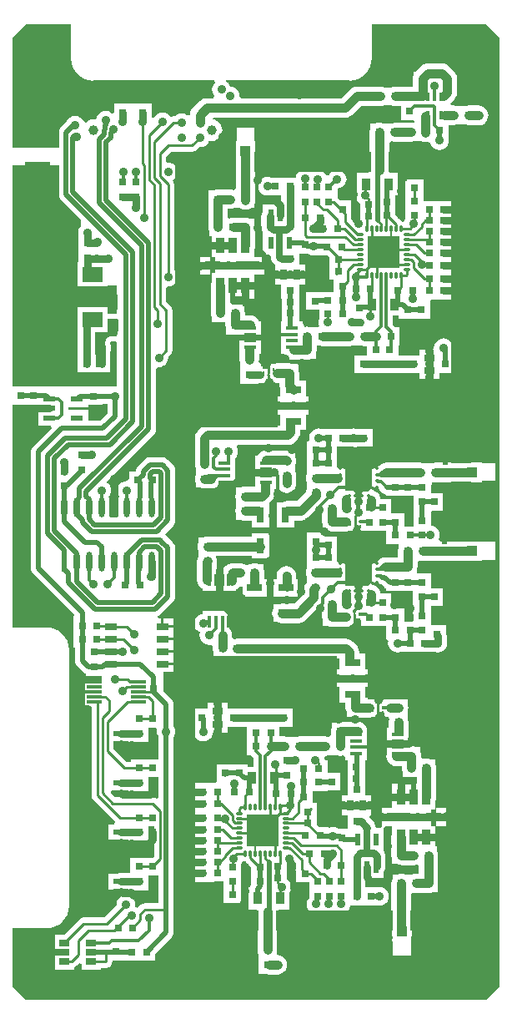
<source format=gtl>
%FSLAX24Y24*%
%MOIN*%
G70*
G01*
G75*
G04 Layer_Physical_Order=1*
G04 Layer_Color=255*
%ADD10P,0.0490X8X202.5*%
%ADD11O,0.0138X0.0197*%
%ADD12O,0.0197X0.0138*%
%ADD13R,0.0787X0.1063*%
%ADD14R,0.1063X0.0787*%
%ADD15R,0.0315X0.0315*%
%ADD16R,0.0315X0.0315*%
%ADD17R,0.1024X0.1024*%
%ADD18R,0.0591X0.0299*%
%ADD19R,0.0394X0.0276*%
%ADD20R,0.0394X0.0276*%
%ADD21R,0.0787X0.1496*%
%ADD22R,0.0787X0.0591*%
%ADD23R,0.0787X0.0591*%
%ADD24R,0.0138X0.0354*%
%ADD25O,0.0236X0.0787*%
%ADD26R,0.0236X0.0787*%
%ADD27R,0.0433X0.0866*%
%ADD28R,0.0394X0.0413*%
%ADD29R,0.0630X0.0331*%
%ADD30R,0.0331X0.0630*%
%ADD31R,0.0945X0.0331*%
%ADD32R,0.0110X0.0138*%
%ADD33R,0.0394X0.0276*%
%ADD34R,0.0276X0.0315*%
%ADD35R,0.0276X0.0315*%
%ADD36R,0.0630X0.0315*%
G04:AMPARAMS|DCode=37|XSize=11.8mil|YSize=25.6mil|CornerRadius=3mil|HoleSize=0mil|Usage=FLASHONLY|Rotation=180.000|XOffset=0mil|YOffset=0mil|HoleType=Round|Shape=RoundedRectangle|*
%AMROUNDEDRECTD37*
21,1,0.0118,0.0197,0,0,180.0*
21,1,0.0059,0.0256,0,0,180.0*
1,1,0.0059,-0.0030,0.0098*
1,1,0.0059,0.0030,0.0098*
1,1,0.0059,0.0030,-0.0098*
1,1,0.0059,-0.0030,-0.0098*
%
%ADD37ROUNDEDRECTD37*%
G04:AMPARAMS|DCode=38|XSize=11.8mil|YSize=25.6mil|CornerRadius=3mil|HoleSize=0mil|Usage=FLASHONLY|Rotation=270.000|XOffset=0mil|YOffset=0mil|HoleType=Round|Shape=RoundedRectangle|*
%AMROUNDEDRECTD38*
21,1,0.0118,0.0197,0,0,270.0*
21,1,0.0059,0.0256,0,0,270.0*
1,1,0.0059,-0.0098,-0.0030*
1,1,0.0059,-0.0098,0.0030*
1,1,0.0059,0.0098,0.0030*
1,1,0.0059,0.0098,-0.0030*
%
%ADD38ROUNDEDRECTD38*%
%ADD39R,0.1299X0.1299*%
%ADD40R,0.0197X0.0197*%
%ADD41R,0.0500X0.0252*%
%ADD42R,0.0236X0.0500*%
%ADD43R,0.0354X0.0512*%
%ADD44R,0.0866X0.0433*%
%ADD45R,0.0413X0.0394*%
%ADD46R,0.0500X0.0236*%
%ADD47R,0.0299X0.0591*%
%ADD48R,0.0276X0.0394*%
%ADD49R,0.0315X0.0276*%
%ADD50R,0.0630X0.0236*%
%ADD51R,0.0709X0.0472*%
%ADD52R,0.0591X0.0118*%
%ADD53R,0.1024X0.0748*%
%ADD54R,0.0157X0.0472*%
%ADD55R,0.0472X0.0157*%
%ADD56R,0.0748X0.1024*%
%ADD57C,0.0295*%
%ADD58C,0.0079*%
%ADD59C,0.0098*%
%ADD60C,0.0197*%
%ADD61C,0.0138*%
%ADD62C,0.0276*%
%ADD63C,0.0136*%
%ADD64C,0.0380*%
%ADD65C,0.0118*%
%ADD66C,0.0354*%
%ADD67R,0.0787X1.2451*%
%ADD68R,0.0787X1.2441*%
%ADD69R,0.6496X0.1772*%
%ADD70R,0.3297X0.0787*%
%ADD71R,0.4695X0.0787*%
%ADD72R,0.2441X0.0787*%
%ADD73R,0.4114X0.1772*%
%ADD74R,0.0787X2.1142*%
%ADD75R,0.3337X0.0787*%
%ADD76R,0.0787X1.4764*%
%ADD77R,0.2421X0.0787*%
%ADD78R,0.0787X0.2441*%
%ADD79R,0.1575X0.1575*%
%ADD80C,0.0394*%
%ADD81R,0.1575X0.1575*%
%ADD82C,0.0354*%
%ADD83C,0.0315*%
%ADD84C,0.0276*%
%ADD85C,0.0197*%
G36*
X65184Y57461D02*
Y57061D01*
X65154Y56906D01*
X65116Y56814D01*
X65096D01*
X65077Y56818D01*
X65057Y56814D01*
X65037D01*
X65030Y56811D01*
X64970Y56804D01*
X64906Y56812D01*
X64900Y56812D01*
X64893Y56813D01*
X64861Y56809D01*
X64828Y56807D01*
X64822Y56804D01*
X64816Y56803D01*
X64787Y56787D01*
X64758Y56772D01*
X64754Y56767D01*
X64748Y56764D01*
X64710Y56731D01*
X64706Y56726D01*
X64701Y56722D01*
X64682Y56695D01*
X64663Y56669D01*
X64661Y56662D01*
X64657Y56657D01*
X64651Y56625D01*
X64642Y56593D01*
X64643Y56587D01*
X64642Y56580D01*
Y56494D01*
X64657Y56417D01*
X64667Y56394D01*
X64673Y56348D01*
X64667Y56303D01*
X64660Y56287D01*
X64645Y56210D01*
Y56073D01*
X64652Y56038D01*
Y55565D01*
X64262D01*
Y56073D01*
X64252D01*
Y56427D01*
Y56988D01*
X64734D01*
Y57516D01*
X65118D01*
X65184Y57461D01*
D02*
G37*
G36*
X72620Y60116D02*
X72697Y60106D01*
X72756D01*
X72794Y60077D01*
X72885Y60039D01*
X72982Y60026D01*
X73080Y60039D01*
X73114Y60053D01*
X73150Y60030D01*
Y60030D01*
X73525D01*
X73622Y59933D01*
Y59530D01*
Y59337D01*
X73617Y59313D01*
X73622Y59289D01*
Y59067D01*
X73789D01*
Y58585D01*
X73199D01*
Y58575D01*
X72687D01*
Y57866D01*
X73199D01*
Y57484D01*
X73189Y57460D01*
X73176Y57362D01*
X73189Y57265D01*
X73197Y57244D01*
X73145Y57165D01*
X72862D01*
X72808Y57188D01*
X72707Y57201D01*
X72610Y57188D01*
X72603Y57195D01*
X72539Y57348D01*
Y57421D01*
X72402D01*
Y57837D01*
Y58545D01*
X72392D01*
Y58878D01*
X72628D01*
Y59173D01*
X72293D01*
Y59370D01*
X72628D01*
Y59665D01*
X72392D01*
Y60118D01*
X72614D01*
X72620Y60116D01*
D02*
G37*
G36*
X64742Y53745D02*
X64424Y53428D01*
X63964D01*
Y53868D01*
X63181D01*
Y53986D01*
X63964D01*
Y54065D01*
X64537D01*
Y54112D01*
X64742D01*
Y53745D01*
D02*
G37*
G36*
X66721Y41110D02*
X66709Y41024D01*
X66722Y40926D01*
X66760Y40835D01*
X66789Y40797D01*
Y39921D01*
X65659D01*
Y39818D01*
X65517D01*
X64985Y40350D01*
Y40630D01*
X65136D01*
X65186Y40609D01*
X65276Y40597D01*
X65650D01*
Y40591D01*
X66358D01*
Y41181D01*
X66658D01*
X66721Y41110D01*
D02*
G37*
G36*
X66789Y38386D02*
X66705Y38342D01*
X66631Y38391D01*
X66535Y38410D01*
X65045D01*
X64881Y38574D01*
X64917Y38661D01*
X65136D01*
X65186Y38641D01*
X65276Y38629D01*
X65659D01*
Y38622D01*
X66368D01*
Y39213D01*
X66789D01*
Y38386D01*
D02*
G37*
G36*
X62791Y62468D02*
X62801Y62391D01*
X62831Y62319D01*
X62878Y62257D01*
X63671Y61464D01*
Y61200D01*
X63620Y61133D01*
X63582Y61043D01*
X63570Y60945D01*
X63582Y60847D01*
X63583Y60847D01*
Y60177D01*
Y59783D01*
X63553D01*
Y58799D01*
X64734D01*
Y58829D01*
X65118D01*
Y57717D01*
X64734D01*
Y57972D01*
X63553D01*
Y57257D01*
X63550Y57234D01*
Y57136D01*
X63543D01*
Y56427D01*
Y55906D01*
X63550D01*
Y55728D01*
X63553Y55706D01*
Y55364D01*
X64852D01*
Y56073D01*
X64845D01*
Y56210D01*
X64862Y56251D01*
X64875Y56348D01*
X64862Y56446D01*
X64843Y56494D01*
Y56580D01*
X64880Y56613D01*
X64970Y56601D01*
X65068Y56614D01*
X65077Y56617D01*
X65118Y56590D01*
Y54812D01*
X60927D01*
Y63632D01*
X62791D01*
Y62468D01*
D02*
G37*
G36*
X80411Y68758D02*
Y30849D01*
X79880Y30317D01*
X61459D01*
X60927Y30849D01*
Y33167D01*
X62303D01*
Y33165D01*
X62477Y33182D01*
X62644Y33233D01*
X62798Y33315D01*
X62933Y33426D01*
X63043Y33561D01*
X63126Y33714D01*
X63176Y33881D01*
X63193Y34055D01*
X63191D01*
Y44291D01*
X63193D01*
X63176Y44465D01*
X63126Y44632D01*
X63043Y44786D01*
X62933Y44921D01*
X62798Y45031D01*
X62644Y45114D01*
X62477Y45164D01*
X62303Y45181D01*
Y45179D01*
X60927D01*
Y54075D01*
X61971D01*
Y53986D01*
X62645D01*
Y53868D01*
X61971D01*
Y53238D01*
X62467D01*
X62503Y53151D01*
X61758Y52405D01*
X61711Y52344D01*
X61702Y52323D01*
X61681Y52272D01*
X61671Y52195D01*
Y47539D01*
X61681Y47462D01*
X61702Y47411D01*
X61711Y47390D01*
X61758Y47329D01*
X63419Y45668D01*
X63383Y45581D01*
X63376D01*
Y44872D01*
Y44370D01*
X63432D01*
Y43851D01*
X63443Y43774D01*
X63472Y43702D01*
X63520Y43640D01*
X63758Y43402D01*
X63758Y43402D01*
X63820Y43354D01*
D01*
D01*
Y43354D01*
X63820Y43354D01*
D01*
D01*
X63820D01*
Y43354D01*
D01*
X63820D01*
Y43354D01*
X63868Y43334D01*
Y43258D01*
X64508D01*
X64509Y43020D01*
X64442Y42953D01*
X63839D01*
Y42677D01*
X63983D01*
X64006Y42642D01*
X63984Y42602D01*
X63959Y42559D01*
X63839D01*
Y42283D01*
Y42087D01*
X64009D01*
X64035Y42047D01*
X64090Y42011D01*
Y38481D01*
X64090Y38481D01*
X64090D01*
X64109Y38385D01*
X64163Y38304D01*
X65056Y37411D01*
Y37411D01*
D01*
X65056Y37411D01*
X65056Y37411D01*
X64997Y37323D01*
X64764D01*
Y36693D01*
X65136D01*
X65186Y36672D01*
X65276Y36660D01*
X65650D01*
Y36644D01*
X66358D01*
Y37234D01*
X66590D01*
Y36039D01*
X66535Y35984D01*
X66358D01*
Y35984D01*
X65650D01*
Y35394D01*
Y35387D01*
X65276D01*
X65186Y35375D01*
X65136Y35354D01*
X64764D01*
Y34724D01*
X65136D01*
X65186Y34704D01*
X65276Y34692D01*
X65650D01*
Y34685D01*
X66358D01*
Y35276D01*
X66789D01*
Y34168D01*
X66230D01*
X66134Y34149D01*
X66053Y34095D01*
X65932Y33974D01*
X65887Y34008D01*
X65840Y34028D01*
X65850Y34104D01*
X65837Y34202D01*
X65799Y34293D01*
X65739Y34371D01*
X65661Y34431D01*
X65570Y34469D01*
X65472Y34482D01*
X65375Y34469D01*
X65284Y34431D01*
X65206Y34371D01*
X65146Y34293D01*
X65108Y34202D01*
X65095Y34104D01*
X65098Y34084D01*
X64611Y33597D01*
X63789D01*
X63693Y33578D01*
X63612Y33524D01*
X63001Y32913D01*
X62628D01*
Y32244D01*
X62628Y32244D01*
X62628Y32165D01*
X62628D01*
Y31496D01*
X63415D01*
Y31610D01*
X63494Y31663D01*
X63604Y31772D01*
X63691Y31736D01*
Y31496D01*
X64478D01*
Y31580D01*
X64685D01*
X64781Y31599D01*
X64862Y31653D01*
X64917Y31735D01*
X64936Y31831D01*
Y31880D01*
X65354D01*
Y31870D01*
X66654D01*
Y32158D01*
X67297Y32801D01*
X67345Y32863D01*
X67374Y32935D01*
X67384Y33012D01*
X67384Y33012D01*
X67384Y33012D01*
Y33012D01*
Y33917D01*
X67384Y33917D01*
X67384Y33917D01*
Y33917D01*
Y40797D01*
X67413Y40835D01*
X67451Y40926D01*
X67464Y41024D01*
X67451Y41121D01*
X67413Y41212D01*
X67384Y41250D01*
Y42096D01*
X67374Y42174D01*
X67345Y42245D01*
X67297Y42307D01*
X66981Y42623D01*
Y43400D01*
X67376D01*
Y43672D01*
X66981D01*
Y43772D01*
X67376D01*
Y43900D01*
Y44172D01*
X66981D01*
Y44272D01*
X67376D01*
Y44400D01*
Y44672D01*
X66981D01*
Y44772D01*
X67376D01*
Y44900D01*
Y45172D01*
X66929D01*
Y45222D01*
X66879D01*
Y45545D01*
X66762D01*
X66743Y45638D01*
X66764Y45647D01*
X66785Y45655D01*
X66847Y45703D01*
X67152Y46008D01*
X67152Y46008D01*
X67356Y46212D01*
X67404Y46274D01*
X67433Y46345D01*
X67443Y46423D01*
Y48361D01*
X67443Y48361D01*
X67435Y48429D01*
X67433Y48438D01*
X67404Y48510D01*
X67356Y48571D01*
X67356Y48571D01*
X67133Y48795D01*
X67133Y48795D01*
X67034Y48894D01*
X67032Y48924D01*
X67366Y49258D01*
X67413Y49320D01*
X67422Y49341D01*
X67443Y49391D01*
X67448Y49430D01*
X67453Y49468D01*
X67453Y49469D01*
Y51451D01*
X67453Y51451D01*
X67443Y51529D01*
X67413Y51600D01*
X67366Y51662D01*
X67142Y51886D01*
X67081Y51933D01*
X67060Y51942D01*
X67009Y51963D01*
X66932Y51973D01*
X66425D01*
X66425Y51973D01*
X66347Y51963D01*
X66276Y51933D01*
X66214Y51886D01*
X66214Y51886D01*
X65961Y51633D01*
X65914Y51571D01*
X65905Y51550D01*
X65884Y51500D01*
X65874Y51422D01*
Y51417D01*
X65591D01*
Y51095D01*
X65520Y51033D01*
X65492Y51037D01*
X65394Y51024D01*
X65304Y50986D01*
X65225Y50926D01*
X65165Y50848D01*
X65128Y50757D01*
X65115Y50659D01*
X65128Y50562D01*
X65165Y50471D01*
X65215Y50406D01*
X65187Y50338D01*
X65176Y50256D01*
Y49705D01*
X65185Y49641D01*
X65123Y49569D01*
X64866D01*
X64803Y49641D01*
X64812Y49705D01*
Y50256D01*
X64801Y50338D01*
X64774Y50404D01*
X64825Y50471D01*
X64862Y50562D01*
X64875Y50659D01*
X64862Y50757D01*
X64825Y50848D01*
X64765Y50926D01*
X64687Y50986D01*
X64685Y50992D01*
X66581Y52887D01*
X66581Y52887D01*
X66628Y52949D01*
X66658Y53021D01*
X66668Y53098D01*
Y55522D01*
X66739Y55584D01*
X66791Y55577D01*
X66889Y55590D01*
X66980Y55628D01*
X67058Y55688D01*
X67118Y55766D01*
X67156Y55857D01*
X67169Y55955D01*
X67166Y55975D01*
X67254Y56063D01*
X67309Y56144D01*
X67328Y56240D01*
Y57854D01*
X67309Y57950D01*
X67254Y58032D01*
X67083Y58203D01*
Y58735D01*
X67154Y58798D01*
X67157Y58797D01*
X67255Y58810D01*
X67346Y58848D01*
X67424Y58908D01*
X67484Y58986D01*
X67522Y59077D01*
X67535Y59175D01*
X67522Y59272D01*
X67484Y59363D01*
X67424Y59441D01*
X67408Y59454D01*
Y62892D01*
X67389Y62988D01*
X67347Y63051D01*
X67424Y63111D01*
X67484Y63189D01*
X67522Y63280D01*
X67535Y63378D01*
X67522Y63475D01*
X67484Y63566D01*
X67424Y63644D01*
X67346Y63704D01*
X67255Y63742D01*
X67157Y63755D01*
X67154Y63754D01*
X67083Y63817D01*
Y63992D01*
X67269Y64178D01*
X68120D01*
X68216Y64197D01*
X68297Y64252D01*
X68415Y64369D01*
X68435Y64367D01*
X68533Y64380D01*
X68624Y64417D01*
X68702Y64477D01*
X68762Y64555D01*
X68787Y64617D01*
X68898Y64603D01*
X69011Y64617D01*
X69116Y64661D01*
X69207Y64731D01*
X69276Y64821D01*
X69320Y64926D01*
X69334Y65039D01*
X69320Y65152D01*
X69276Y65258D01*
X69207Y65348D01*
X69116Y65418D01*
X69011Y65461D01*
X68898Y65476D01*
Y65478D01*
X68964Y65545D01*
X74242D01*
X74343Y65558D01*
X74437Y65597D01*
X74518Y65659D01*
X74518Y65659D01*
X74518Y65659D01*
X74866Y66007D01*
X75650D01*
X75751Y66021D01*
X75805Y66043D01*
X76085D01*
X76139Y66021D01*
X76240Y66007D01*
X76467D01*
Y65453D01*
X76989D01*
X77016Y65362D01*
X76972Y65333D01*
X76968Y65335D01*
X76870Y65348D01*
X76795Y65338D01*
X76191D01*
X76093Y65325D01*
X76069Y65315D01*
X75756D01*
X75701Y65337D01*
X75600Y65351D01*
X75499Y65337D01*
X75445Y65315D01*
X75246D01*
Y65116D01*
X75224Y65062D01*
X75210Y64961D01*
X75210Y64468D01*
X75210Y64468D01*
X75210D01*
X75210Y63445D01*
X75215Y63408D01*
X75153Y63337D01*
X74695D01*
Y62610D01*
X74665Y62539D01*
X74652Y62441D01*
X74665Y62343D01*
X74703Y62252D01*
X74763Y62174D01*
X74833Y62121D01*
Y61724D01*
Y61252D01*
X74833D01*
Y61228D01*
X74760Y61198D01*
X74481Y61477D01*
Y61705D01*
X74478Y61719D01*
Y62244D01*
X74046D01*
X73937Y62353D01*
X73937Y62353D01*
Y62411D01*
Y62716D01*
X74015Y62726D01*
X74106Y62764D01*
X74184Y62824D01*
X74244Y62902D01*
X74282Y62993D01*
X74295Y63091D01*
X74282Y63188D01*
X74244Y63279D01*
X74184Y63357D01*
X74106Y63417D01*
X74015Y63455D01*
X73917Y63468D01*
X73820Y63455D01*
X73729Y63417D01*
X73651Y63357D01*
X73591Y63279D01*
X73569Y63227D01*
X73474D01*
X73457Y63269D01*
X73397Y63347D01*
X73319Y63407D01*
X73228Y63445D01*
X73130Y63458D01*
X73032Y63445D01*
X72941Y63407D01*
X72908Y63382D01*
X72836Y63437D01*
X72745Y63475D01*
X72648Y63487D01*
X72550Y63475D01*
X72459Y63437D01*
X72381Y63377D01*
X72321Y63299D01*
X72283Y63208D01*
X72277Y63159D01*
X71264D01*
X71239Y63169D01*
X71142Y63182D01*
X71044Y63169D01*
X70953Y63132D01*
X70875Y63072D01*
X70815Y62994D01*
X70777Y62903D01*
X70764Y62805D01*
X70777Y62707D01*
X70815Y62617D01*
X70875Y62538D01*
X70953Y62478D01*
X71044Y62441D01*
X71142Y62428D01*
X71239Y62441D01*
X71264Y62451D01*
X71683D01*
Y61884D01*
X71690D01*
Y61410D01*
X71578D01*
Y61599D01*
X71574Y61624D01*
Y62075D01*
X70945D01*
Y61792D01*
X70929Y61772D01*
X70895Y61689D01*
X70883Y61599D01*
Y61191D01*
X70895Y61101D01*
X70912Y61059D01*
X70929Y61017D01*
X70951Y60989D01*
X70945Y60975D01*
X70945D01*
X70945Y60975D01*
Y60081D01*
X70945D01*
Y60058D01*
X70878Y59991D01*
X70614D01*
Y60292D01*
X70629Y60328D01*
X70642Y60429D01*
X70636Y60474D01*
Y61163D01*
X70623Y61264D01*
X70600Y61319D01*
Y61518D01*
X70401D01*
X70347Y61540D01*
X70246Y61554D01*
X69774D01*
X69673Y61540D01*
X69622Y61519D01*
X69544Y61572D01*
Y61893D01*
X69656D01*
X69756Y61907D01*
X69811Y61929D01*
X70044D01*
X70061Y61916D01*
X70155Y61877D01*
X70256Y61864D01*
X70357Y61877D01*
X70451Y61916D01*
X70468Y61929D01*
X70600D01*
Y62075D01*
X70633Y62153D01*
X70646Y62254D01*
Y62293D01*
Y63799D01*
X70650D01*
Y64606D01*
X70600D01*
Y65157D01*
X69892D01*
Y64606D01*
X69862D01*
Y63799D01*
X69866D01*
Y62700D01*
X69787Y62648D01*
X69756Y62660D01*
X69656Y62674D01*
X69174D01*
X69073Y62660D01*
X69014Y62636D01*
X68788D01*
Y62398D01*
X68777Y62371D01*
X68763Y62270D01*
Y61163D01*
X68777Y61062D01*
X68799Y61008D01*
Y60809D01*
X68890D01*
Y60527D01*
X69252D01*
Y60330D01*
X68890D01*
Y59991D01*
X69050D01*
Y59629D01*
Y59341D01*
X68890D01*
Y59267D01*
X68890D01*
Y58965D01*
X68875Y58930D01*
X68862Y58829D01*
Y57756D01*
X68875Y57655D01*
X68898Y57601D01*
Y57382D01*
X69144D01*
X69151Y57379D01*
X69252Y57366D01*
X69353Y57379D01*
X69360Y57382D01*
X69452D01*
Y57283D01*
X69454Y57273D01*
X69452Y57262D01*
X69466Y57161D01*
X69488Y57106D01*
Y56888D01*
X69735D01*
X69742Y56885D01*
X69843Y56872D01*
X70020D01*
Y56870D01*
X70886D01*
Y57421D01*
X70786D01*
X70771Y57457D01*
X70709Y57538D01*
X70628Y57600D01*
X70534Y57639D01*
X70433Y57652D01*
X70233D01*
Y57726D01*
X70219Y57827D01*
X70197Y57882D01*
Y58091D01*
X69974D01*
X69943Y58103D01*
X69843Y58117D01*
X69742Y58103D01*
X69721Y58095D01*
X69642Y58147D01*
Y58317D01*
X69654D01*
Y58829D01*
X69850D01*
Y58317D01*
X70154D01*
Y58829D01*
X70252D01*
Y58927D01*
X70614D01*
Y59267D01*
X71021D01*
Y59530D01*
X70352D01*
Y59727D01*
X71021D01*
Y59991D01*
X71021D01*
Y60014D01*
X71088Y60081D01*
X71213D01*
X71275Y60010D01*
X71272Y59985D01*
X71283Y59895D01*
X71318Y59812D01*
X71373Y59740D01*
X71447Y59666D01*
X71447Y59665D01*
X71447D01*
X71447Y59665D01*
Y59370D01*
X71782D01*
Y59173D01*
X71447D01*
Y58878D01*
X71683D01*
Y58307D01*
X71693D01*
Y57837D01*
Y57421D01*
X71673D01*
Y56870D01*
Y56358D01*
Y56102D01*
X71812D01*
X71827Y56065D01*
X71889Y55984D01*
X71970Y55922D01*
X72064Y55883D01*
X72165Y55870D01*
X72707D01*
X72808Y55883D01*
X72862Y55906D01*
X73061D01*
Y56104D01*
X73084Y56159D01*
X73097Y56260D01*
Y56457D01*
X73181D01*
X73236Y56434D01*
X73337Y56421D01*
X74409D01*
X74510Y56434D01*
X74565Y56457D01*
X74845D01*
X74899Y56434D01*
X75000Y56421D01*
X75118D01*
Y56053D01*
X74606D01*
Y55344D01*
X75118D01*
Y55344D01*
X76368D01*
Y55344D01*
X77205D01*
Y55108D01*
X77500D01*
Y55443D01*
X77697D01*
Y55108D01*
X77992D01*
Y55344D01*
X78563D01*
Y56053D01*
X78526D01*
Y56278D01*
X78537Y56358D01*
X78524Y56456D01*
X78486Y56547D01*
X78426Y56625D01*
X78348Y56685D01*
X78257Y56723D01*
X78159Y56736D01*
X78062Y56723D01*
X77971Y56685D01*
X77893Y56625D01*
X77833Y56547D01*
X77795Y56456D01*
X77782Y56358D01*
X77722Y56289D01*
X77697D01*
Y55955D01*
X77500D01*
Y56289D01*
X77205D01*
Y56053D01*
X76368D01*
Y56457D01*
X76417D01*
Y57165D01*
X76259D01*
X76245Y57183D01*
X76144Y57285D01*
Y57628D01*
X76378D01*
Y57520D01*
X77638D01*
Y58228D01*
D01*
Y58228D01*
X77687Y58278D01*
X77953D01*
Y58287D01*
X78573D01*
Y62215D01*
X77864D01*
Y62215D01*
X77362D01*
Y62374D01*
X77362D01*
Y63083D01*
X76654D01*
Y62571D01*
X76654D01*
Y61862D01*
Y61526D01*
X76632Y61498D01*
X76594Y61407D01*
X76593Y61400D01*
X76501Y61379D01*
X76457Y61445D01*
X76250Y61652D01*
Y61990D01*
X76250D01*
Y62431D01*
X76348D01*
Y63337D01*
X76048D01*
X75986Y63408D01*
X75991Y63445D01*
X75991Y64468D01*
Y64539D01*
X76034Y64583D01*
X76069Y64606D01*
Y64606D01*
X76069Y64606D01*
X76093Y64596D01*
X76191Y64583D01*
X76860D01*
X76958Y64596D01*
X76958Y64596D01*
X77286D01*
X77340Y64574D01*
X77441Y64561D01*
X77542Y64574D01*
X77555Y64579D01*
X77637Y64532D01*
X77638Y64528D01*
X77675Y64437D01*
X77735Y64359D01*
X77813Y64299D01*
X77904Y64262D01*
X78002Y64249D01*
X78100Y64262D01*
X78191Y64299D01*
X78269Y64359D01*
X78329Y64437D01*
X78366Y64528D01*
X78379Y64626D01*
X78366Y64724D01*
X78366Y64724D01*
Y65250D01*
X78573D01*
X78674Y65263D01*
X78728Y65285D01*
X79008D01*
X79062Y65263D01*
X79163Y65250D01*
X79492D01*
X79567Y65240D01*
X79668Y65253D01*
X79762Y65292D01*
X79843Y65354D01*
X79905Y65435D01*
X79944Y65529D01*
X79957Y65630D01*
X79944Y65731D01*
X79905Y65825D01*
X79843Y65906D01*
X79833Y65916D01*
X79752Y65978D01*
X79658Y66017D01*
X79557Y66030D01*
X79163D01*
X79062Y66017D01*
X79008Y65994D01*
X78728D01*
X78674Y66017D01*
X78573Y66030D01*
X78482D01*
X78452Y66119D01*
X78455Y66122D01*
X78593Y66260D01*
X78655Y66340D01*
X78694Y66434D01*
X78707Y66535D01*
Y67114D01*
X78694Y67215D01*
X78655Y67309D01*
X78593Y67389D01*
X78384Y67599D01*
X78303Y67661D01*
X78209Y67700D01*
X78108Y67713D01*
X77539D01*
X77438Y67700D01*
X77411Y67688D01*
X77344Y67661D01*
X77263Y67599D01*
X77057Y67392D01*
X77041Y67372D01*
X76968D01*
Y67248D01*
X76956Y67217D01*
X76943Y67116D01*
Y66788D01*
X76240D01*
X76139Y66774D01*
X76085Y66752D01*
X75805D01*
X75751Y66774D01*
X75650Y66788D01*
X74705D01*
X74604Y66774D01*
X74510Y66736D01*
X74429Y66674D01*
X74081Y66325D01*
X70074D01*
X70012Y66396D01*
X70013Y66407D01*
X70000Y66505D01*
X69963Y66596D01*
X69903Y66674D01*
X69824Y66734D01*
X69733Y66772D01*
X69646Y66783D01*
X69618Y66852D01*
X69558Y66930D01*
X69480Y66990D01*
X69487Y67026D01*
X74409D01*
Y67023D01*
X74583Y67040D01*
X74750Y67091D01*
X74904Y67173D01*
X75039Y67284D01*
X75150Y67419D01*
X75232Y67573D01*
X75282Y67740D01*
X75300Y67913D01*
X75297D01*
Y69289D01*
X79880D01*
X80411Y68758D01*
D02*
G37*
G36*
X63285Y67913D02*
X63283D01*
X63300Y67740D01*
X63351Y67573D01*
X63433Y67419D01*
X63544Y67284D01*
X63679Y67173D01*
X63833Y67091D01*
X64000Y67040D01*
X64173Y67023D01*
Y67026D01*
X69002D01*
X69032Y66936D01*
X69025Y66930D01*
X68965Y66852D01*
X68927Y66761D01*
X68914Y66663D01*
X68927Y66566D01*
X68965Y66475D01*
X69014Y66410D01*
X68978Y66336D01*
X68970Y66325D01*
X68701D01*
X68600Y66312D01*
X68561Y66296D01*
X68506Y66273D01*
X68425Y66211D01*
X68149Y65935D01*
X68087Y65855D01*
X68048Y65760D01*
X68035Y65659D01*
X67901Y65659D01*
X67885Y65671D01*
X67794Y65709D01*
X67697Y65722D01*
X67599Y65709D01*
X67508Y65671D01*
X67430Y65611D01*
X67418Y65595D01*
X67372D01*
X67276Y65576D01*
X67258Y65564D01*
X67258Y65564D01*
X67198Y65642D01*
X67120Y65702D01*
X67029Y65740D01*
X66931Y65753D01*
X66833Y65740D01*
X66742Y65702D01*
X66664Y65642D01*
X66604Y65564D01*
X66589Y65527D01*
X66496Y65545D01*
Y66102D01*
X65787D01*
D01*
D01*
X65787Y66102D01*
X65709D01*
Y66102D01*
X65000D01*
Y65759D01*
X64915Y65717D01*
X64853Y65764D01*
X64762Y65802D01*
X64665Y65815D01*
X64567Y65802D01*
X64476Y65764D01*
X64398Y65704D01*
X64338Y65626D01*
X64300Y65535D01*
X64299Y65527D01*
X64224Y65469D01*
X64173Y65476D01*
X64060Y65461D01*
X63955Y65418D01*
X63878Y65359D01*
X63835Y65371D01*
X63772Y65419D01*
X63772Y65421D01*
X63712Y65499D01*
X63633Y65559D01*
X63543Y65597D01*
X63445Y65610D01*
X63347Y65597D01*
X63256Y65559D01*
X63178Y65499D01*
X63118Y65421D01*
X63106Y65390D01*
X62878Y65163D01*
X62831Y65101D01*
X62801Y65029D01*
X62791Y64952D01*
Y64341D01*
X60927D01*
Y68758D01*
X61459Y69289D01*
X63285D01*
Y67913D01*
D02*
G37*
%LPC*%
G36*
X69606Y45856D02*
X68543D01*
Y45717D01*
X68485Y45709D01*
X68394Y45671D01*
X68316Y45611D01*
X68256Y45533D01*
X68218Y45442D01*
X68205Y45344D01*
X68218Y45247D01*
X68256Y45156D01*
X68316Y45078D01*
X68394Y45018D01*
X68446Y44996D01*
X68432Y44965D01*
X68420Y44867D01*
X68432Y44769D01*
X68470Y44678D01*
X68530Y44600D01*
X68608Y44540D01*
X68699Y44503D01*
X68797Y44490D01*
X68870Y44499D01*
X68941Y44437D01*
Y44370D01*
X68954Y44269D01*
X68976Y44215D01*
Y43986D01*
X69283D01*
X69331Y43980D01*
X69378Y43986D01*
X69773D01*
X69820Y43967D01*
X69921Y43953D01*
X74009D01*
Y43848D01*
X74016Y43801D01*
Y43504D01*
X73878D01*
Y43248D01*
X74213D01*
Y43051D01*
X73878D01*
Y42795D01*
X74016D01*
Y42165D01*
X74256D01*
Y41978D01*
X74269Y41877D01*
X74291Y41823D01*
Y41624D01*
X74490D01*
X74545Y41601D01*
X74646Y41588D01*
X74646D01*
D01*
X75207D01*
X75308Y41601D01*
X75338Y41614D01*
X75417Y41614D01*
Y41614D01*
X75453D01*
Y41680D01*
X75483Y41702D01*
X75528Y41762D01*
X75626D01*
X75634Y41756D01*
X75650Y41749D01*
X75698Y41729D01*
X75739Y41724D01*
X75748Y41712D01*
X75829Y41650D01*
X75846Y41643D01*
Y41614D01*
X75882D01*
Y41614D01*
X75882Y41614D01*
X75882Y41614D01*
X75961Y41606D01*
Y41606D01*
X76008Y41525D01*
X75997Y41499D01*
X75984Y41398D01*
Y41191D01*
X75896D01*
Y40640D01*
X76762D01*
Y41016D01*
X76764Y41033D01*
Y41398D01*
X76751Y41499D01*
X76732Y41543D01*
Y41634D01*
Y41833D01*
X76755Y41887D01*
X76768Y41988D01*
X76755Y42089D01*
X76732Y42144D01*
Y42343D01*
X76533D01*
X76479Y42365D01*
X76378Y42378D01*
X76024D01*
X75923Y42365D01*
X75829Y42326D01*
X75748Y42264D01*
X75739Y42252D01*
X75698Y42247D01*
X75634Y42220D01*
X75578Y42178D01*
X75488Y42247D01*
X75483Y42254D01*
X75402Y42316D01*
X75308Y42355D01*
X75207Y42368D01*
X75039D01*
Y42795D01*
X75177D01*
Y43051D01*
X74842D01*
Y43248D01*
X75177D01*
Y43504D01*
X75039D01*
Y44134D01*
X74790D01*
Y44222D01*
X74776Y44323D01*
X74737Y44418D01*
X74675Y44498D01*
X74554Y44619D01*
X74474Y44681D01*
X74380Y44720D01*
X74279Y44734D01*
X69921D01*
X69820Y44720D01*
X69799Y44712D01*
X69721Y44764D01*
Y44862D01*
X69708Y44963D01*
X69669Y45057D01*
X69607Y45138D01*
X69606Y45138D01*
Y45856D01*
D02*
G37*
G36*
X69537Y42165D02*
X69242D01*
Y41831D01*
X69045D01*
Y42165D01*
X68750D01*
Y41929D01*
X68179D01*
Y41220D01*
X68179D01*
X68236Y41193D01*
X68199Y41102D01*
X68186Y41004D01*
X68199Y40906D01*
X68236Y40815D01*
X68296Y40737D01*
X68374Y40677D01*
X68465Y40640D01*
X68563Y40627D01*
X68661Y40640D01*
X68752Y40677D01*
X68830Y40737D01*
X68890Y40815D01*
X68927Y40906D01*
X68938Y40984D01*
X69045D01*
Y41319D01*
X69242D01*
Y40984D01*
X69537D01*
Y41220D01*
X70315D01*
Y40797D01*
X70315D01*
Y40089D01*
X70465D01*
X70487Y40061D01*
X70588Y39959D01*
Y39616D01*
X70354D01*
Y39724D01*
X69094D01*
Y39016D01*
D01*
Y39016D01*
X69045Y38967D01*
X68998D01*
Y38967D01*
X68159D01*
Y35020D01*
X69006D01*
Y35020D01*
X69016Y35030D01*
X69370D01*
Y34870D01*
X69370D01*
Y34161D01*
X70079D01*
Y34673D01*
X70079D01*
Y35264D01*
Y35729D01*
X70092Y35747D01*
X70130Y35838D01*
X70132Y35854D01*
X70224Y35875D01*
X70275Y35799D01*
X70482Y35592D01*
Y35254D01*
X70482D01*
Y34905D01*
X70480Y34903D01*
X70451Y34831D01*
X70448Y34813D01*
X70364D01*
Y33907D01*
X70699D01*
X70742Y33858D01*
X70742Y32766D01*
X70742Y32293D01*
X70755Y32192D01*
X70778Y32138D01*
Y31939D01*
Y31348D01*
X71036D01*
X71090Y31326D01*
X71191Y31313D01*
X71526D01*
X71627Y31326D01*
X71721Y31365D01*
X71801Y31427D01*
X71863Y31508D01*
X71902Y31602D01*
X71916Y31703D01*
X71902Y31804D01*
X71863Y31898D01*
X71801Y31979D01*
X71721Y32041D01*
X71627Y32080D01*
X71526Y32093D01*
X71486Y32138D01*
X71486Y32138D01*
X71509Y32192D01*
X71522Y32293D01*
X71522Y32766D01*
X71522Y33858D01*
X71565Y33907D01*
X72018D01*
Y34599D01*
X72029Y34615D01*
X72067Y34706D01*
X72080Y34803D01*
X72067Y34901D01*
X72029Y34992D01*
X71969Y35070D01*
X71900Y35124D01*
Y35283D01*
Y35992D01*
X71900D01*
Y36038D01*
X71972Y36068D01*
X72251Y35789D01*
Y35539D01*
X72270Y35443D01*
X72274Y35438D01*
Y35000D01*
X72795D01*
Y34695D01*
Y34389D01*
X72744Y34322D01*
X72706Y34231D01*
X72694Y34134D01*
X72706Y34036D01*
X72744Y33945D01*
X72804Y33867D01*
X72882Y33807D01*
X72973Y33769D01*
X73071Y33757D01*
X73169Y33769D01*
X73259Y33807D01*
X73314Y33849D01*
X73369Y33807D01*
X73460Y33770D01*
X73558Y33757D01*
X73655Y33770D01*
X73746Y33807D01*
X73821Y33865D01*
X73896Y33807D01*
X73987Y33769D01*
X74085Y33757D01*
X74182Y33769D01*
X74273Y33807D01*
X74351Y33867D01*
X74411Y33945D01*
X74449Y34036D01*
X74455Y34085D01*
X75478D01*
X75503Y34075D01*
X75600Y34062D01*
X75698Y34075D01*
X75789Y34112D01*
X75867Y34172D01*
X75927Y34250D01*
X75965Y34341D01*
X75978Y34439D01*
X75965Y34537D01*
X75927Y34628D01*
X75867Y34706D01*
X75789Y34766D01*
X75698Y34803D01*
X75600Y34816D01*
X75503Y34803D01*
X75478Y34793D01*
X75049D01*
Y35361D01*
X75042D01*
Y35834D01*
X75155D01*
Y35645D01*
X75158Y35620D01*
Y35169D01*
X75788D01*
Y35452D01*
X75803Y35472D01*
X75838Y35556D01*
X75849Y35645D01*
Y36053D01*
X75838Y36143D01*
X75820Y36185D01*
X75803Y36227D01*
X75781Y36256D01*
X75788Y36269D01*
X75788D01*
X75788Y36269D01*
Y37163D01*
X75788D01*
Y37189D01*
X75855Y37256D01*
X76106D01*
Y36953D01*
X76090Y36912D01*
X76076Y36811D01*
Y36083D01*
X76090Y35982D01*
X76112Y35927D01*
Y35728D01*
X76311D01*
X76366Y35706D01*
X76467Y35693D01*
X76469Y35693D01*
X76486Y35691D01*
X76959D01*
X77060Y35704D01*
X77090Y35717D01*
X77169Y35664D01*
Y35351D01*
X77077D01*
X76976Y35337D01*
X76921Y35315D01*
X76642D01*
X76587Y35337D01*
X76486Y35351D01*
X76385Y35337D01*
X76331Y35315D01*
X76132D01*
Y35130D01*
X76100Y35052D01*
X76086Y34951D01*
X76089Y34931D01*
X76086Y34911D01*
Y33091D01*
X76100Y32990D01*
X76102Y32983D01*
Y32628D01*
X76152D01*
Y32077D01*
X76860D01*
Y32628D01*
X76890D01*
Y33435D01*
X76867D01*
Y34544D01*
X76945Y34596D01*
X76976Y34584D01*
X77077Y34570D01*
X77558D01*
X77659Y34584D01*
X77719Y34608D01*
X77925D01*
Y34831D01*
X77937Y34862D01*
X77951Y34963D01*
X77949Y34974D01*
X77949Y34974D01*
Y36081D01*
X77936Y36182D01*
X77913Y36236D01*
Y36435D01*
X77831D01*
Y36720D01*
X77468D01*
Y36917D01*
X77831D01*
Y37256D01*
X77670D01*
Y37618D01*
Y37906D01*
X77831D01*
Y37980D01*
X77831D01*
Y38250D01*
X77857Y38314D01*
X77870Y38415D01*
Y39567D01*
X77857Y39668D01*
X77835Y39722D01*
Y39921D01*
X77636D01*
X77581Y39944D01*
X77480Y39957D01*
X77379Y39944D01*
X77355Y39934D01*
X77276Y39986D01*
Y40055D01*
X77263Y40156D01*
X77240Y40210D01*
Y40409D01*
X77041D01*
X76987Y40432D01*
X76886Y40445D01*
X76785Y40432D01*
X76769Y40426D01*
X76276D01*
X76258Y40423D01*
X75896D01*
Y40113D01*
X75885Y40035D01*
X75896Y39958D01*
Y39872D01*
X75925D01*
X75938Y39840D01*
X76000Y39760D01*
X76081Y39698D01*
X76175Y39659D01*
X76276Y39645D01*
X76496D01*
Y39583D01*
X76509Y39482D01*
X76535Y39418D01*
Y39213D01*
X76768D01*
X76785Y39206D01*
X76886Y39193D01*
X76987Y39206D01*
X77003Y39213D01*
X77090D01*
Y38930D01*
X77067D01*
Y38418D01*
X76870D01*
Y38930D01*
X76567D01*
Y38418D01*
X76469D01*
Y38320D01*
X76106D01*
Y37980D01*
X75699D01*
Y37717D01*
X76369D01*
Y37520D01*
X75699D01*
Y37256D01*
X75699D01*
Y37230D01*
X75632Y37163D01*
X75484D01*
X75461Y37190D01*
X75449Y37280D01*
X75414Y37364D01*
X75359Y37436D01*
X75209Y37586D01*
X75245Y37673D01*
X75281D01*
Y37968D01*
X74947D01*
Y38165D01*
X75281D01*
Y38461D01*
X75045D01*
Y39031D01*
X75035D01*
Y39256D01*
Y39872D01*
X75108D01*
Y40384D01*
Y40640D01*
Y40986D01*
X75115Y41033D01*
X75108Y41081D01*
Y41191D01*
X75078D01*
X75062Y41229D01*
X75000Y41309D01*
X74919Y41371D01*
X74825Y41410D01*
X74724Y41424D01*
X74055D01*
X73954Y41410D01*
X73900Y41388D01*
X73701D01*
Y41189D01*
X73678Y41134D01*
X73665Y41033D01*
Y40860D01*
X73586Y40807D01*
X73556Y40820D01*
X73455Y40833D01*
X72402D01*
X72301Y40820D01*
X72246Y40797D01*
X71966D01*
X71912Y40820D01*
X71811Y40833D01*
X71614D01*
Y41220D01*
X72126D01*
Y41929D01*
X69537D01*
Y42165D01*
D02*
G37*
G36*
X67376Y45545D02*
X66979D01*
Y45272D01*
X67376D01*
Y45545D01*
D02*
G37*
G36*
X78280Y37520D02*
X77867D01*
Y37256D01*
X78280D01*
Y37520D01*
D02*
G37*
G36*
Y37980D02*
X77867D01*
Y37717D01*
X78280D01*
Y37980D01*
D02*
G37*
G36*
X76370Y38930D02*
X76106D01*
Y38517D01*
X76370D01*
Y38930D01*
D02*
G37*
G36*
X71890Y47634D02*
X71789Y47621D01*
X71695Y47582D01*
X71614Y47520D01*
X71552Y47439D01*
X71513Y47345D01*
X71500Y47244D01*
Y47106D01*
X71368D01*
Y46413D01*
X71872D01*
X71890Y46411D01*
X71908Y46413D01*
X72352D01*
Y47106D01*
X72280D01*
Y47244D01*
X72267Y47345D01*
X72228Y47439D01*
X72166Y47520D01*
X72085Y47582D01*
X71991Y47621D01*
X71890Y47634D01*
D02*
G37*
G36*
X74577Y53133D02*
X74479Y53120D01*
X74455Y53110D01*
X73291D01*
X73267Y53120D01*
X73169Y53133D01*
X73072Y53120D01*
X72981Y53083D01*
X72903Y53023D01*
X72843Y52945D01*
X72805Y52854D01*
X72792Y52756D01*
X72801Y52689D01*
X72739Y52618D01*
X72707D01*
Y51909D01*
Y51388D01*
Y51307D01*
X72684Y51253D01*
X72671Y51152D01*
X72684Y51051D01*
X72707Y50996D01*
Y50797D01*
Y50716D01*
X72684Y50662D01*
X72676Y50600D01*
X72309Y50233D01*
X71907D01*
X71807Y50219D01*
X71712Y50180D01*
X71695Y50167D01*
X71502D01*
Y49183D01*
X72195D01*
Y49452D01*
X72470D01*
X72571Y49466D01*
X72666Y49505D01*
X72746Y49567D01*
X73236Y50056D01*
X73320Y50014D01*
X73311Y49941D01*
Y49409D01*
X73324Y49308D01*
X73346Y49254D01*
Y49075D01*
X73502D01*
X73506Y49072D01*
D01*
D01*
Y49072D01*
X73506Y49072D01*
D01*
D01*
X73506D01*
Y49072D01*
D01*
X73506D01*
Y49072D01*
X73600Y49033D01*
X73701Y49019D01*
X74282D01*
X74382Y49033D01*
X74413Y49045D01*
X74492Y49045D01*
Y49045D01*
X74528D01*
Y49111D01*
X74557Y49134D01*
X74603Y49193D01*
X74711D01*
X74718Y49187D01*
X74724Y49185D01*
X74783Y49160D01*
X74852Y49151D01*
Y49045D01*
X74852D01*
Y49026D01*
X75374D01*
Y49026D01*
X75886D01*
Y48514D01*
X76388D01*
Y48384D01*
X76365Y48329D01*
X76352Y48228D01*
Y47989D01*
X75856D01*
X75755Y47975D01*
X75661Y47936D01*
X75580Y47874D01*
X75518Y47793D01*
X75514Y47784D01*
X75499Y47768D01*
X75472D01*
X75403Y47759D01*
X75338Y47732D01*
X75283Y47690D01*
X75240Y47634D01*
X75214Y47569D01*
X75204Y47500D01*
X75214Y47431D01*
X75238Y47372D01*
X75214Y47313D01*
X75204Y47244D01*
X75214Y47175D01*
X75240Y47110D01*
X75283Y47055D01*
X75338Y47012D01*
X75403Y46985D01*
X75472Y46976D01*
X75508D01*
X75564Y46933D01*
X75636Y46903D01*
X75695Y46895D01*
X75813Y46778D01*
X75813Y46778D01*
X75848Y46751D01*
X75875Y46730D01*
X75876Y46730D01*
Y46634D01*
X76388D01*
Y46634D01*
X76949D01*
Y46043D01*
X76949Y46043D01*
X76949Y46014D01*
X76949D01*
Y45423D01*
X76594D01*
Y45945D01*
X76083D01*
Y46526D01*
X75646D01*
X75636Y46601D01*
X75597Y46695D01*
X75535Y46776D01*
X75454Y46838D01*
X75360Y46876D01*
X75323Y46881D01*
X75292Y46905D01*
X75227Y46932D01*
X75157Y46941D01*
X75088Y46932D01*
X75023Y46905D01*
X74968Y46863D01*
X74925Y46807D01*
X74899Y46743D01*
X74889Y46673D01*
Y46619D01*
X74882Y46601D01*
X74872Y46526D01*
X74862D01*
Y45976D01*
X74833D01*
X74764Y45967D01*
X74744Y45958D01*
X74669Y46016D01*
X74681Y46112D01*
X74671Y46193D01*
Y46494D01*
X74679Y46552D01*
X74665Y46653D01*
X74658Y46671D01*
Y46673D01*
X74649Y46743D01*
X74622Y46807D01*
X74579Y46863D01*
X74524Y46905D01*
X74459Y46932D01*
X74390Y46941D01*
X74343Y46935D01*
X74288Y46942D01*
X74264Y46939D01*
X74228Y47026D01*
X74264Y47055D01*
X74307Y47110D01*
X74334Y47175D01*
X74343Y47244D01*
X74334Y47313D01*
X74328Y47327D01*
X74334Y47372D01*
X74328Y47417D01*
X74334Y47431D01*
X74343Y47500D01*
X74334Y47569D01*
X74307Y47634D01*
X74264Y47690D01*
X74209Y47732D01*
X74144Y47759D01*
X74075Y47768D01*
X74016D01*
X73988Y47764D01*
X73917Y47827D01*
Y48110D01*
Y48819D01*
X73415D01*
Y48967D01*
X72707D01*
Y48317D01*
X72707D01*
Y48312D01*
X72703Y48287D01*
X72707Y48263D01*
Y47726D01*
X72697D01*
Y47527D01*
X72674Y47473D01*
X72661Y47372D01*
X72674Y47271D01*
X72697Y47217D01*
Y47018D01*
Y46975D01*
X72648Y46912D01*
X72609Y46818D01*
X72596Y46717D01*
Y46523D01*
X72211Y46138D01*
X71713D01*
X71612Y46125D01*
X71567Y46106D01*
X71368D01*
Y45927D01*
X71336Y45849D01*
X71322Y45748D01*
X71336Y45647D01*
X71368Y45569D01*
Y45413D01*
X71513D01*
X71518Y45410D01*
X71612Y45371D01*
X71713Y45358D01*
X72373D01*
X72474Y45371D01*
X72568Y45410D01*
X72649Y45472D01*
X73223Y46047D01*
X73311Y46010D01*
Y45600D01*
X73324Y45499D01*
X73346Y45445D01*
Y45246D01*
X73545D01*
X73600Y45224D01*
X73701Y45210D01*
X74262D01*
X74363Y45224D01*
X74457Y45263D01*
X74538Y45325D01*
X74549Y45340D01*
X74549D01*
X74600Y45405D01*
X74634Y45487D01*
X74686D01*
X74699Y45477D01*
X74715Y45471D01*
X74764Y45451D01*
X74833Y45442D01*
X74862D01*
Y45340D01*
X74862D01*
Y45226D01*
X75374D01*
Y45226D01*
X75886D01*
Y44715D01*
X75901D01*
X75963Y44644D01*
X75951Y44557D01*
X75964Y44459D01*
X76002Y44368D01*
X76062Y44290D01*
X76140Y44230D01*
X76231Y44193D01*
X76329Y44180D01*
X76426Y44193D01*
X76467Y44209D01*
X76476Y44203D01*
Y44203D01*
X77776D01*
Y44210D01*
X77804D01*
X77845Y44193D01*
X77943Y44180D01*
X78041Y44193D01*
X78132Y44230D01*
X78210Y44290D01*
X78270Y44368D01*
X78307Y44459D01*
X78320Y44557D01*
X78307Y44655D01*
X78290Y44696D01*
Y44843D01*
X78279Y44932D01*
X78268Y44959D01*
Y45276D01*
X77657D01*
Y45305D01*
Y46014D01*
D01*
Y46014D01*
X77687Y46043D01*
X78150D01*
Y46752D01*
X77657D01*
Y47343D01*
X77096D01*
Y47443D01*
X77119Y47497D01*
X77132Y47598D01*
Y47808D01*
X77211Y47860D01*
X77232Y47851D01*
X77333Y47838D01*
X78898D01*
Y47835D01*
X79705D01*
Y47884D01*
X80256D01*
Y48593D01*
X79705D01*
Y48622D01*
X78898D01*
Y48618D01*
X78024D01*
X77972Y48697D01*
X78002Y48770D01*
X78015Y48868D01*
X78002Y48966D01*
X77965Y49057D01*
X77905Y49135D01*
X77826Y49195D01*
X77735Y49233D01*
X77667Y49241D01*
Y49813D01*
D01*
Y49813D01*
X77697Y49843D01*
X78150D01*
Y50551D01*
X77667D01*
Y50817D01*
X77744Y51001D01*
X77844Y50988D01*
X78238D01*
X78238Y50988D01*
X78888D01*
Y50984D01*
X79695D01*
Y51033D01*
X80246D01*
Y51742D01*
X79695D01*
Y51772D01*
X78888D01*
Y51768D01*
X78238D01*
X78238Y51768D01*
X77844D01*
X77744Y51755D01*
X77689Y51732D01*
X77409D01*
X77355Y51755D01*
X77254Y51768D01*
X76742D01*
X76742Y51768D01*
X75869D01*
X75768Y51755D01*
X75674Y51716D01*
X75594Y51654D01*
X75554Y51602D01*
X75509Y51568D01*
X75499Y51557D01*
X75472D01*
X75403Y51548D01*
X75338Y51522D01*
X75283Y51479D01*
X75240Y51423D01*
X75214Y51359D01*
X75204Y51289D01*
X75214Y51220D01*
X75238Y51161D01*
X75214Y51103D01*
X75204Y51033D01*
X75214Y50964D01*
X75240Y50899D01*
X75283Y50844D01*
X75338Y50801D01*
X75403Y50775D01*
X75456Y50768D01*
X75479Y50758D01*
X75548Y50749D01*
X75557D01*
X75620Y50686D01*
X75640Y50638D01*
X75687Y50577D01*
X75749Y50529D01*
X75820Y50500D01*
X75886Y50491D01*
Y50433D01*
X76388D01*
Y50433D01*
X76959D01*
Y49843D01*
X76959Y49843D01*
X76959Y49813D01*
X76959D01*
Y49222D01*
X76594D01*
Y49734D01*
X76083D01*
Y50325D01*
X75644D01*
X75636Y50386D01*
X75597Y50481D01*
X75535Y50561D01*
X75454Y50623D01*
X75360Y50662D01*
X75328Y50666D01*
X75292Y50695D01*
X75227Y50722D01*
X75157Y50731D01*
X75088Y50722D01*
X75023Y50695D01*
X74968Y50652D01*
X74925Y50597D01*
X74899Y50532D01*
X74889Y50463D01*
Y50404D01*
X74882Y50386D01*
X74874Y50325D01*
X74852D01*
Y49687D01*
X74783Y49678D01*
X74724Y49654D01*
X74708Y49665D01*
X74646Y49746D01*
Y49786D01*
X74668Y49840D01*
X74681Y49941D01*
X74679Y49963D01*
Y50325D01*
X74665Y50426D01*
X74658Y50444D01*
Y50463D01*
X74649Y50532D01*
X74622Y50597D01*
X74579Y50652D01*
X74524Y50695D01*
X74459Y50722D01*
X74390Y50731D01*
X74320Y50722D01*
X74301Y50713D01*
X74288Y50715D01*
X74225Y50707D01*
X74200Y50798D01*
X74209Y50801D01*
X74264Y50844D01*
X74307Y50899D01*
X74334Y50964D01*
X74343Y51033D01*
X74334Y51103D01*
X74329Y51114D01*
X74334Y51152D01*
X74327Y51204D01*
X74334Y51220D01*
X74343Y51289D01*
X74334Y51359D01*
X74307Y51423D01*
X74264Y51479D01*
X74209Y51522D01*
X74144Y51548D01*
X74075Y51557D01*
X74016D01*
X73988Y51554D01*
X73919Y51615D01*
X73917Y51618D01*
Y51909D01*
Y52402D01*
X74455D01*
X74479Y52392D01*
X74577Y52379D01*
X74674Y52392D01*
X74699Y52402D01*
X75325D01*
Y53110D01*
X74699D01*
X74674Y53120D01*
X74577Y53133D01*
D02*
G37*
G36*
X68854Y59991D02*
X68440D01*
Y59727D01*
X68854D01*
Y59991D01*
D02*
G37*
G36*
Y59530D02*
X68440D01*
Y59267D01*
X68854D01*
Y59530D01*
D02*
G37*
G36*
X70614Y58730D02*
X70350D01*
Y58317D01*
X70614D01*
Y58730D01*
D02*
G37*
G36*
X71195Y48927D02*
X70502D01*
Y48815D01*
X68730D01*
X68629Y48802D01*
X68575Y48780D01*
X68376D01*
Y48581D01*
X68353Y48526D01*
X68340Y48425D01*
X68353Y48324D01*
X68376Y48270D01*
Y48071D01*
Y48015D01*
X68370Y48007D01*
X68331Y47913D01*
X68318Y47812D01*
Y47077D01*
X68331Y46976D01*
X68370Y46882D01*
X68432Y46801D01*
X68513Y46739D01*
X68543Y46726D01*
Y46644D01*
X69094D01*
Y47051D01*
X69098Y47077D01*
Y47711D01*
X69107Y47734D01*
X69120Y47835D01*
X69107Y47936D01*
X69085Y47990D01*
Y48035D01*
X70502D01*
Y47943D01*
X71195D01*
Y48275D01*
X71215Y48324D01*
X71229Y48425D01*
X71215Y48526D01*
X71195Y48576D01*
Y48927D01*
D02*
G37*
G36*
X70620Y47752D02*
X70519Y47739D01*
X70465Y47717D01*
X70185D01*
X70131Y47739D01*
X70030Y47752D01*
X69737D01*
X69636Y47739D01*
X69597Y47723D01*
X69542Y47700D01*
X69461Y47638D01*
X69422Y47599D01*
X69360Y47518D01*
X69357Y47510D01*
X69311D01*
Y47348D01*
X69308Y47323D01*
Y47047D01*
X69311Y47022D01*
Y46644D01*
X69862D01*
Y46697D01*
X69893Y46709D01*
X69974Y46771D01*
X70036Y46852D01*
X70128Y46814D01*
Y46413D01*
X71112D01*
Y47106D01*
X71010D01*
Y47362D01*
X70997Y47463D01*
X70974Y47518D01*
Y47717D01*
X70775D01*
X70721Y47739D01*
X70620Y47752D01*
D02*
G37*
G36*
X70886Y56654D02*
X70020D01*
Y56308D01*
X70013Y56260D01*
Y55866D01*
X70027Y55765D01*
X70049Y55711D01*
Y55512D01*
Y54921D01*
X70758D01*
Y54928D01*
X70856D01*
X70946Y54940D01*
X71030Y54975D01*
X71102Y55030D01*
X71220Y55069D01*
X71220Y55069D01*
X71301Y55007D01*
X71395Y54968D01*
X71496Y54954D01*
X71618D01*
Y54833D01*
X71631Y54732D01*
X71654Y54677D01*
Y54400D01*
X71516D01*
Y54144D01*
X71850D01*
Y53947D01*
X71516D01*
Y53691D01*
X71654D01*
Y53251D01*
X68727D01*
X68626Y53238D01*
X68532Y53199D01*
X68451Y53137D01*
X68336Y53022D01*
X68274Y52941D01*
X68235Y52847D01*
X68222Y52746D01*
Y51713D01*
X68235Y51612D01*
X68258Y51557D01*
Y51358D01*
Y51277D01*
X68235Y51223D01*
X68222Y51122D01*
X68235Y51021D01*
X68258Y50967D01*
Y50768D01*
X68457D01*
X68511Y50745D01*
X68612Y50732D01*
X68878D01*
X68979Y50745D01*
X69073Y50784D01*
X69154Y50846D01*
X69216Y50927D01*
X69231Y50965D01*
X69852D01*
Y51220D01*
Y51772D01*
Y51948D01*
X69905Y52017D01*
X69943Y52108D01*
X69956Y52206D01*
X69943Y52303D01*
X69905Y52394D01*
X69943Y52471D01*
X71936D01*
X72037Y52484D01*
X72131Y52523D01*
X72212Y52585D01*
X72212Y52585D01*
X72212Y52585D01*
X72323Y52697D01*
X72385Y52777D01*
X72424Y52871D01*
X72424Y52871D01*
X72424Y52871D01*
X72437Y52972D01*
Y53061D01*
X72677D01*
Y53691D01*
X72815D01*
Y53947D01*
X72480D01*
Y54144D01*
X72815D01*
Y54400D01*
X72677D01*
Y55030D01*
X72398D01*
Y55344D01*
X72385Y55445D01*
X72362Y55500D01*
Y55699D01*
X72163D01*
X72109Y55721D01*
X72008Y55735D01*
X71496D01*
X71395Y55721D01*
X71339Y55698D01*
X71295Y55723D01*
X71295Y55723D01*
X71260D01*
Y55651D01*
X71220Y55620D01*
X71186Y55576D01*
X71031D01*
X71030Y55577D01*
X70946Y55611D01*
X70866Y55622D01*
Y55723D01*
X70847D01*
X70784Y55794D01*
X70794Y55866D01*
Y56102D01*
X70886D01*
Y56654D01*
D02*
G37*
G36*
X71857Y52253D02*
X71073D01*
X70972Y52240D01*
X70878Y52201D01*
X70797Y52139D01*
X70735Y52058D01*
X70722Y52028D01*
X70640D01*
Y51476D01*
X71047D01*
X71073Y51473D01*
X71483D01*
X71535Y51394D01*
X71513Y51341D01*
X71502Y51260D01*
X70640D01*
Y50914D01*
X70633Y50866D01*
Y50813D01*
X70236D01*
X70135Y50800D01*
X70081Y50778D01*
X69882D01*
Y50579D01*
X69859Y50524D01*
X69846Y50423D01*
X69859Y50322D01*
X69882Y50268D01*
Y50069D01*
Y49988D01*
X69859Y49934D01*
X69846Y49833D01*
X69859Y49732D01*
X69882Y49677D01*
Y49478D01*
X70081D01*
X70135Y49456D01*
X70236Y49443D01*
X70502D01*
Y49183D01*
X71195D01*
Y50167D01*
X71195Y50167D01*
X71195D01*
X71194Y50170D01*
X71300Y50275D01*
X71361Y50356D01*
X71400Y50450D01*
X71400Y50450D01*
X71400Y50450D01*
X71414Y50551D01*
Y50709D01*
X71506Y50709D01*
Y50709D01*
X71583Y50709D01*
X71614Y50669D01*
X71695Y50607D01*
X71789Y50568D01*
X71890Y50555D01*
X71991Y50568D01*
X72085Y50607D01*
X72166Y50669D01*
X72228Y50750D01*
X72267Y50844D01*
X72280Y50945D01*
Y51240D01*
X72267Y51341D01*
X72244Y51396D01*
Y51476D01*
Y51675D01*
X72267Y51730D01*
X72280Y51831D01*
X72267Y51932D01*
X72244Y51986D01*
Y52185D01*
X72073D01*
X72052Y52201D01*
X71958Y52240D01*
X71857Y52253D01*
D02*
G37*
%LPD*%
G36*
X73944Y40066D02*
X74045Y40053D01*
X74146Y40066D01*
X74164Y40073D01*
X74242Y40021D01*
Y39872D01*
X74327D01*
Y39256D01*
Y38793D01*
X74337D01*
Y38461D01*
X74100D01*
Y38165D01*
X74435D01*
Y37968D01*
X74100D01*
Y37673D01*
X74337D01*
Y37126D01*
X74118D01*
X74113Y37128D01*
X74035Y37138D01*
X73976D01*
X73939Y37167D01*
X73848Y37205D01*
X73750Y37218D01*
X73652Y37205D01*
X73618Y37191D01*
X73583Y37215D01*
Y37215D01*
X73207D01*
X73110Y37311D01*
Y37469D01*
Y37907D01*
X73115Y37931D01*
X73110Y37955D01*
Y38177D01*
X72943D01*
Y38659D01*
X73533D01*
Y38669D01*
X74045D01*
Y39378D01*
X73533D01*
Y39880D01*
X73439D01*
X73428Y39892D01*
X73416Y39989D01*
X73414Y39992D01*
X73455Y40053D01*
D01*
D01*
X73455Y40053D01*
X73556Y40066D01*
X73610Y40089D01*
X73890D01*
X73944Y40066D01*
D02*
G37*
G54D10*
X75079Y50856D02*
D03*
Y47067D02*
D03*
G54D11*
X75157Y50433D02*
D03*
X74902D02*
D03*
X74646D02*
D03*
X74390D02*
D03*
Y51890D02*
D03*
X74646D02*
D03*
X74902D02*
D03*
X75157D02*
D03*
Y48100D02*
D03*
X74902D02*
D03*
X74646D02*
D03*
X74390D02*
D03*
Y46644D02*
D03*
X74646D02*
D03*
X74902D02*
D03*
X75157D02*
D03*
G54D12*
X74045Y50778D02*
D03*
Y51033D02*
D03*
Y51289D02*
D03*
Y51545D02*
D03*
X75502D02*
D03*
Y51289D02*
D03*
Y51033D02*
D03*
Y50778D02*
D03*
Y46988D02*
D03*
Y47244D02*
D03*
Y47500D02*
D03*
Y47756D02*
D03*
X74045D02*
D03*
Y47500D02*
D03*
Y47244D02*
D03*
Y46988D02*
D03*
G54D13*
X74636Y51161D02*
D03*
Y47372D02*
D03*
G54D14*
X74774Y51299D02*
D03*
Y47510D02*
D03*
G54D15*
X71890Y51831D02*
D03*
Y51240D02*
D03*
X70236Y50423D02*
D03*
Y49833D02*
D03*
X68730Y47835D02*
D03*
Y48425D02*
D03*
X71260Y40984D02*
D03*
Y41575D02*
D03*
X73612Y35039D02*
D03*
Y34449D02*
D03*
X71132Y32293D02*
D03*
Y31703D02*
D03*
X73150Y35049D02*
D03*
Y34459D02*
D03*
X73583Y62175D02*
D03*
Y62766D02*
D03*
X73120Y62185D02*
D03*
Y62776D02*
D03*
X69449Y39961D02*
D03*
Y39370D02*
D03*
X77283Y57283D02*
D03*
Y57874D02*
D03*
X74104Y37362D02*
D03*
Y36772D02*
D03*
X72628Y59882D02*
D03*
Y60472D02*
D03*
X64222Y44203D02*
D03*
Y43612D02*
D03*
X75207Y49380D02*
D03*
Y49970D02*
D03*
X68612Y51713D02*
D03*
Y51122D02*
D03*
X69724Y35028D02*
D03*
Y35618D02*
D03*
X72628Y34764D02*
D03*
Y35354D02*
D03*
X73691Y38433D02*
D03*
Y39024D02*
D03*
X70000Y39370D02*
D03*
Y39961D02*
D03*
X71890Y39281D02*
D03*
Y39872D02*
D03*
X70669Y40984D02*
D03*
Y41575D02*
D03*
X70177Y40984D02*
D03*
Y41575D02*
D03*
X76378Y41398D02*
D03*
Y41988D02*
D03*
X72943Y40443D02*
D03*
Y41033D02*
D03*
X76886Y40646D02*
D03*
Y40055D02*
D03*
X76467Y35492D02*
D03*
Y36083D02*
D03*
X77570Y34963D02*
D03*
Y34372D02*
D03*
X77008Y62217D02*
D03*
Y61626D02*
D03*
X74124Y62480D02*
D03*
Y61890D02*
D03*
X73041Y58811D02*
D03*
Y58220D02*
D03*
X76732Y57874D02*
D03*
Y57283D02*
D03*
X74813Y57943D02*
D03*
Y57352D02*
D03*
X76014Y56289D02*
D03*
Y55699D02*
D03*
X75472Y56289D02*
D03*
Y55699D02*
D03*
X76545Y56289D02*
D03*
Y55699D02*
D03*
X70404Y55866D02*
D03*
Y55276D02*
D03*
X69843Y56652D02*
D03*
Y57242D02*
D03*
X70246Y61754D02*
D03*
Y61163D02*
D03*
X69142Y62281D02*
D03*
Y62872D02*
D03*
X65354Y62972D02*
D03*
Y62382D02*
D03*
Y65748D02*
D03*
Y66339D02*
D03*
X65876Y62972D02*
D03*
Y62382D02*
D03*
X66142Y65748D02*
D03*
Y66339D02*
D03*
X65069Y31644D02*
D03*
Y32234D02*
D03*
X76821Y66398D02*
D03*
Y65807D02*
D03*
X75118D02*
D03*
Y66398D02*
D03*
X61270Y55020D02*
D03*
Y54429D02*
D03*
X61762Y53839D02*
D03*
Y54429D02*
D03*
X64183Y53829D02*
D03*
Y54419D02*
D03*
X63937Y60532D02*
D03*
Y59941D02*
D03*
X64970Y57362D02*
D03*
Y57953D02*
D03*
X62992Y51417D02*
D03*
Y50827D02*
D03*
X77795Y50197D02*
D03*
Y49606D02*
D03*
X77313Y49459D02*
D03*
Y48868D02*
D03*
X76240Y50787D02*
D03*
Y50197D02*
D03*
X76742Y50787D02*
D03*
Y51378D02*
D03*
X75728Y49380D02*
D03*
Y49970D02*
D03*
X77795Y46398D02*
D03*
Y46988D02*
D03*
X77303Y45659D02*
D03*
Y45069D02*
D03*
X76230Y46988D02*
D03*
Y46398D02*
D03*
X77913Y45512D02*
D03*
Y44921D02*
D03*
X76742Y46988D02*
D03*
Y47579D02*
D03*
X75728Y45581D02*
D03*
Y46171D02*
D03*
X75217Y45581D02*
D03*
Y46171D02*
D03*
X77303Y46988D02*
D03*
Y46398D02*
D03*
X77313Y50787D02*
D03*
Y50197D02*
D03*
X73858Y56220D02*
D03*
Y56811D02*
D03*
X72648Y62776D02*
D03*
Y62185D02*
D03*
X74085Y34449D02*
D03*
Y35039D02*
D03*
X63711Y52077D02*
D03*
Y51486D02*
D03*
X73051Y47372D02*
D03*
Y46781D02*
D03*
X73563Y47372D02*
D03*
Y47963D02*
D03*
X73061Y51152D02*
D03*
Y50561D02*
D03*
X73563Y51152D02*
D03*
Y51742D02*
D03*
X66535Y35630D02*
D03*
Y35039D02*
D03*
Y37589D02*
D03*
Y36998D02*
D03*
X66545Y39567D02*
D03*
Y38976D02*
D03*
X66535Y41535D02*
D03*
Y40945D02*
D03*
X66004Y35630D02*
D03*
Y35039D02*
D03*
Y37589D02*
D03*
Y36998D02*
D03*
X66014Y39567D02*
D03*
Y38976D02*
D03*
X66004Y41535D02*
D03*
Y40945D02*
D03*
G54D16*
X70030Y47362D02*
D03*
X70620D02*
D03*
X69134Y34516D02*
D03*
X69724D02*
D03*
X75285Y34439D02*
D03*
X74695D02*
D03*
X75285Y35006D02*
D03*
X74695D02*
D03*
X71447Y62805D02*
D03*
X72037D02*
D03*
X71447Y62238D02*
D03*
X72037D02*
D03*
X72470Y48612D02*
D03*
X73061D02*
D03*
X78602Y65049D02*
D03*
X78012D02*
D03*
X69921Y44341D02*
D03*
X69331D02*
D03*
X69134Y35384D02*
D03*
X68543D02*
D03*
X69134Y35817D02*
D03*
X68543D02*
D03*
X77598Y61860D02*
D03*
X78189D02*
D03*
X77598Y61427D02*
D03*
X78189D02*
D03*
X70541Y32766D02*
D03*
X71132D02*
D03*
X70837Y35057D02*
D03*
X70246D02*
D03*
X71545Y35165D02*
D03*
X72136D02*
D03*
X70837Y35608D02*
D03*
X70246D02*
D03*
X71545Y35638D02*
D03*
X72136D02*
D03*
X69134Y36250D02*
D03*
X68543D02*
D03*
X69134Y36683D02*
D03*
X68543D02*
D03*
X73396Y36142D02*
D03*
X72805D02*
D03*
X68543Y37116D02*
D03*
X69134D02*
D03*
X73494Y35669D02*
D03*
X74085D02*
D03*
X72638Y36860D02*
D03*
X73228D02*
D03*
X69134Y37589D02*
D03*
X68543D02*
D03*
Y38612D02*
D03*
X69134D02*
D03*
X73346Y37360D02*
D03*
X72756D02*
D03*
X68543Y38140D02*
D03*
X69134D02*
D03*
X73179Y39526D02*
D03*
X72589D02*
D03*
X73346Y37823D02*
D03*
X72756D02*
D03*
X73179Y38423D02*
D03*
X72589D02*
D03*
X70394Y38612D02*
D03*
X69803D02*
D03*
X73179Y39014D02*
D03*
X72589D02*
D03*
X71476Y38533D02*
D03*
X72067D02*
D03*
X70669Y40443D02*
D03*
X71260D02*
D03*
X71772Y41575D02*
D03*
X72362D02*
D03*
X71811Y40443D02*
D03*
X72402D02*
D03*
X74045Y40443D02*
D03*
X73455D02*
D03*
X74055Y41033D02*
D03*
X73465D02*
D03*
X74681Y39610D02*
D03*
X75272D02*
D03*
X74681Y39148D02*
D03*
X75272D02*
D03*
X77480Y39567D02*
D03*
X76890D02*
D03*
X77559Y36081D02*
D03*
X76968D02*
D03*
X77077Y34961D02*
D03*
X76486D02*
D03*
X76886Y39071D02*
D03*
X77476D02*
D03*
X78150Y35579D02*
D03*
X77559D02*
D03*
X76486Y34390D02*
D03*
X77077D02*
D03*
X75010Y64468D02*
D03*
X75600D02*
D03*
X75600Y64961D02*
D03*
X76191D02*
D03*
X77598Y62728D02*
D03*
X77008D02*
D03*
X75896Y62187D02*
D03*
X76486D02*
D03*
X75187Y62079D02*
D03*
X74596D02*
D03*
X75896Y61636D02*
D03*
X76486D02*
D03*
X75187Y61606D02*
D03*
X74596D02*
D03*
X77598Y60994D02*
D03*
X78189D02*
D03*
X77598Y60561D02*
D03*
X78189D02*
D03*
X73346Y61102D02*
D03*
X73937D02*
D03*
X78189Y60128D02*
D03*
X77598D02*
D03*
X73238Y61555D02*
D03*
X72648D02*
D03*
X74094Y60384D02*
D03*
X73504D02*
D03*
X77598Y59656D02*
D03*
X78189D02*
D03*
Y58632D02*
D03*
X77598D02*
D03*
X73386Y59884D02*
D03*
X73976D02*
D03*
X78189Y59104D02*
D03*
X77598D02*
D03*
X73553Y57719D02*
D03*
X74144D02*
D03*
X73386Y59421D02*
D03*
X73976D02*
D03*
X73553Y58821D02*
D03*
X74144D02*
D03*
X76339Y58632D02*
D03*
X76929D02*
D03*
X73553Y58230D02*
D03*
X74144D02*
D03*
X75256Y58711D02*
D03*
X74665D02*
D03*
X76063Y56811D02*
D03*
X75472D02*
D03*
X74961Y55699D02*
D03*
X74370D02*
D03*
X75000Y56811D02*
D03*
X74409D02*
D03*
X72707Y56811D02*
D03*
X73297D02*
D03*
X72707Y56260D02*
D03*
X73297D02*
D03*
X72047Y57728D02*
D03*
X71457D02*
D03*
X72047Y58191D02*
D03*
X71457D02*
D03*
X69252Y57736D02*
D03*
X69843D02*
D03*
X69154Y61163D02*
D03*
X69744D02*
D03*
X69656Y62283D02*
D03*
X70246D02*
D03*
X69843Y58218D02*
D03*
X69252D02*
D03*
X68563Y61665D02*
D03*
X69154D02*
D03*
X70246Y62854D02*
D03*
X69656D02*
D03*
X64321Y44724D02*
D03*
X63730D02*
D03*
X64321Y45226D02*
D03*
X63730D02*
D03*
X66299Y32224D02*
D03*
X65709D02*
D03*
X65748Y33189D02*
D03*
X65157D02*
D03*
X77441Y64951D02*
D03*
X76850D02*
D03*
X75650Y66398D02*
D03*
X76240D02*
D03*
X78573Y65640D02*
D03*
X79163D02*
D03*
X76732Y67018D02*
D03*
X77323D02*
D03*
X63898Y56260D02*
D03*
X63307D02*
D03*
X64488Y56782D02*
D03*
X63898D02*
D03*
X64498Y55718D02*
D03*
X63907D02*
D03*
X65443Y46890D02*
D03*
X66033D02*
D03*
X66535Y51063D02*
D03*
X65945D02*
D03*
X74154Y52756D02*
D03*
X73563D02*
D03*
X76831Y48868D02*
D03*
X76240D02*
D03*
X75561Y52756D02*
D03*
X74970D02*
D03*
X76240Y49380D02*
D03*
X76831D02*
D03*
X77254Y51378D02*
D03*
X77844D02*
D03*
X77421Y44557D02*
D03*
X76831D02*
D03*
X76831Y45069D02*
D03*
X76240D02*
D03*
X72470Y52264D02*
D03*
X73061D02*
D03*
X76240Y45591D02*
D03*
X76831D02*
D03*
X76742Y48228D02*
D03*
X77333D02*
D03*
X72598Y55344D02*
D03*
X72008D02*
D03*
X74055Y41978D02*
D03*
X74646D02*
D03*
X73110Y45600D02*
D03*
X73701D02*
D03*
X73701Y46112D02*
D03*
X74291D02*
D03*
X73563Y48465D02*
D03*
X74154D02*
D03*
X73061Y47963D02*
D03*
X72470D02*
D03*
X73110Y49429D02*
D03*
X73701D02*
D03*
X73701Y49941D02*
D03*
X74291D02*
D03*
X73563Y52264D02*
D03*
X74154D02*
D03*
X73061Y51742D02*
D03*
X72470D02*
D03*
X67156Y42736D02*
D03*
X66565D02*
D03*
G54D17*
X61929Y63268D02*
D03*
Y65787D02*
D03*
G54D18*
X70620Y45760D02*
D03*
Y46260D02*
D03*
Y46760D02*
D03*
X71860D02*
D03*
Y45760D02*
D03*
G54D19*
X64085Y32579D02*
D03*
Y31831D02*
D03*
X63022D02*
D03*
Y32579D02*
D03*
G54D20*
X64085Y32205D02*
D03*
X63022D02*
D03*
G54D21*
X61663Y58386D02*
D03*
G54D22*
X64144Y59291D02*
D03*
Y57480D02*
D03*
G54D23*
Y58386D02*
D03*
G54D24*
X77549Y65640D02*
D03*
X77805D02*
D03*
X78061D02*
D03*
X77549Y66388D02*
D03*
X77805D02*
D03*
X78061D02*
D03*
G54D25*
X66494Y49980D02*
D03*
X65994D02*
D03*
X65494D02*
D03*
X64994D02*
D03*
X64494D02*
D03*
X63994D02*
D03*
X63494D02*
D03*
X62994D02*
D03*
X66494Y47815D02*
D03*
X65994D02*
D03*
X65494D02*
D03*
X64994D02*
D03*
X64494D02*
D03*
X63994D02*
D03*
X63494D02*
D03*
G54D26*
X62994D02*
D03*
G54D27*
X77087Y32402D02*
D03*
X75906D02*
D03*
X69665Y64833D02*
D03*
X70846D02*
D03*
G54D28*
X76496Y33031D02*
D03*
X70256Y64203D02*
D03*
G54D29*
X77769Y37618D02*
D03*
X68952Y59629D02*
D03*
G54D30*
X77469Y38418D02*
D03*
X76469D02*
D03*
X76968D02*
D03*
X77469Y36818D02*
D03*
X76968D02*
D03*
X76469D02*
D03*
X69252Y58829D02*
D03*
X70252D02*
D03*
X69752D02*
D03*
X69252Y60429D02*
D03*
X69752D02*
D03*
X70252D02*
D03*
G54D31*
X76368Y37618D02*
D03*
X70352Y59629D02*
D03*
G54D32*
X75354Y41875D02*
D03*
X75748Y41762D02*
D03*
Y41988D02*
D03*
X75551D02*
D03*
Y41762D02*
D03*
X71358Y55463D02*
D03*
X70965Y55576D02*
D03*
Y55349D02*
D03*
X71161D02*
D03*
Y55576D02*
D03*
X74616Y45487D02*
D03*
Y45714D02*
D03*
X74813D02*
D03*
Y45487D02*
D03*
X74419Y45600D02*
D03*
X74626Y49193D02*
D03*
Y49419D02*
D03*
X74823D02*
D03*
Y49193D02*
D03*
X74429Y49306D02*
D03*
G54D33*
X69144Y41831D02*
D03*
Y41319D02*
D03*
X77598Y55955D02*
D03*
Y55443D02*
D03*
G54D34*
X69774Y41575D02*
D03*
X68514D02*
D03*
X78228Y55699D02*
D03*
X76968D02*
D03*
G54D35*
X74213Y43150D02*
D03*
X74843D02*
D03*
X71850Y54045D02*
D03*
X72480D02*
D03*
G54D36*
X74528Y43780D02*
D03*
Y42520D02*
D03*
X72165Y54675D02*
D03*
Y53415D02*
D03*
G54D37*
X71437Y38000D02*
D03*
X71240D02*
D03*
X71043D02*
D03*
X70846D02*
D03*
X70650D02*
D03*
X70453D02*
D03*
Y36130D02*
D03*
X70650D02*
D03*
X70846D02*
D03*
X71043D02*
D03*
X71240D02*
D03*
X71437D02*
D03*
X70256Y38000D02*
D03*
X71634D02*
D03*
X70256Y36130D02*
D03*
X71634D02*
D03*
X75295Y59244D02*
D03*
X75492D02*
D03*
X75689D02*
D03*
X75886D02*
D03*
X76083D02*
D03*
X76280D02*
D03*
Y61114D02*
D03*
X76083D02*
D03*
X75886D02*
D03*
X75689D02*
D03*
X75492D02*
D03*
X75295D02*
D03*
X76476Y59244D02*
D03*
X75098D02*
D03*
X76476Y61114D02*
D03*
X75098D02*
D03*
G54D38*
X70010Y37557D02*
D03*
Y37360D02*
D03*
Y37163D02*
D03*
Y36967D02*
D03*
Y36770D02*
D03*
Y36573D02*
D03*
X71880Y37360D02*
D03*
Y37163D02*
D03*
Y36967D02*
D03*
Y36770D02*
D03*
Y36573D02*
D03*
Y36376D02*
D03*
Y37557D02*
D03*
Y37754D02*
D03*
X70010Y36376D02*
D03*
Y37754D02*
D03*
X76722Y59687D02*
D03*
Y59884D02*
D03*
Y60081D02*
D03*
Y60278D02*
D03*
Y60474D02*
D03*
Y60671D02*
D03*
X74852Y59884D02*
D03*
Y60081D02*
D03*
Y60278D02*
D03*
Y60474D02*
D03*
Y60671D02*
D03*
Y60868D02*
D03*
Y59687D02*
D03*
Y59490D02*
D03*
X76722Y60868D02*
D03*
Y59490D02*
D03*
G54D39*
X70945Y37065D02*
D03*
X75787Y60179D02*
D03*
G54D40*
X78209Y48622D02*
D03*
Y48228D02*
D03*
X78238Y51772D02*
D03*
Y51378D02*
D03*
G54D41*
X64878Y45222D02*
D03*
Y44722D02*
D03*
Y44222D02*
D03*
Y43722D02*
D03*
X66929Y45222D02*
D03*
Y44722D02*
D03*
Y44222D02*
D03*
Y43722D02*
D03*
G54D42*
X75473Y36716D02*
D03*
X75099Y35616D02*
D03*
X74725Y36716D02*
D03*
Y35616D02*
D03*
X75473D02*
D03*
X71260Y60528D02*
D03*
X71634Y61628D02*
D03*
X72008Y60528D02*
D03*
Y61628D02*
D03*
X71260D02*
D03*
G54D43*
X70738Y34360D02*
D03*
X71644D02*
D03*
X75974Y62884D02*
D03*
X75069D02*
D03*
X70512Y39163D02*
D03*
X71417D02*
D03*
X76220Y58081D02*
D03*
X75315D02*
D03*
G54D44*
X79931Y48819D02*
D03*
Y47638D02*
D03*
X79921Y51968D02*
D03*
Y50787D02*
D03*
G54D45*
X79301Y48228D02*
D03*
X79291Y51378D02*
D03*
G54D46*
X63517Y53553D02*
D03*
X62417Y53927D02*
D03*
X63517Y54301D02*
D03*
X62417D02*
D03*
Y53553D02*
D03*
G54D47*
X71848Y48435D02*
D03*
X71348D02*
D03*
X70848D02*
D03*
Y49675D02*
D03*
X71848D02*
D03*
G54D48*
X72293Y59272D02*
D03*
X71782D02*
D03*
X74947Y38067D02*
D03*
X74435D02*
D03*
G54D49*
X72037Y58642D02*
D03*
Y59902D02*
D03*
X74691Y37437D02*
D03*
Y38697D02*
D03*
G54D50*
X65276Y34646D02*
D03*
Y35039D02*
D03*
Y36614D02*
D03*
Y37008D02*
D03*
Y38583D02*
D03*
Y38976D02*
D03*
Y40551D02*
D03*
Y40945D02*
D03*
G54D51*
X63740Y35551D02*
D03*
Y34134D02*
D03*
Y37520D02*
D03*
Y36102D02*
D03*
Y39488D02*
D03*
Y38071D02*
D03*
Y41457D02*
D03*
Y40039D02*
D03*
G54D52*
X65984Y42224D02*
D03*
Y42421D02*
D03*
Y42618D02*
D03*
Y42815D02*
D03*
Y43012D02*
D03*
X64213Y42421D02*
D03*
Y42618D02*
D03*
Y42815D02*
D03*
Y43012D02*
D03*
Y42224D02*
D03*
G54D53*
X69203Y46250D02*
D03*
G54D54*
X68819Y47077D02*
D03*
X69075Y47081D02*
D03*
X69331Y47077D02*
D03*
X69587D02*
D03*
Y45423D02*
D03*
X69331D02*
D03*
X69075D02*
D03*
X68819D02*
D03*
G54D55*
X69419Y51752D02*
D03*
Y51496D02*
D03*
Y51240D02*
D03*
Y50984D02*
D03*
X71073D02*
D03*
Y51240D02*
D03*
X71077Y51496D02*
D03*
X71073Y51752D02*
D03*
X70453Y56378D02*
D03*
X70449Y56634D02*
D03*
X70453Y56890D02*
D03*
Y57146D02*
D03*
X72106D02*
D03*
Y56890D02*
D03*
Y56634D02*
D03*
Y56378D02*
D03*
X74675Y40915D02*
D03*
Y40659D02*
D03*
Y40404D02*
D03*
Y40148D02*
D03*
X76329D02*
D03*
Y40404D02*
D03*
X76333Y40659D02*
D03*
X76329Y40915D02*
D03*
G54D56*
X70246Y51368D02*
D03*
X71280Y56762D02*
D03*
X75502Y40531D02*
D03*
G54D57*
X78858Y60591D02*
X78898Y60630D01*
X78858Y59656D02*
X78888D01*
X78189Y61860D02*
X78888D01*
X78189Y59656D02*
X78858D01*
X77618Y55697D02*
Y56185D01*
Y55170D02*
Y55697D01*
X74547Y57372D02*
X74843D01*
X76480Y39069D02*
Y39118D01*
X75498Y40535D02*
X76776D01*
X76480Y38415D02*
X76980D01*
X76480D02*
Y39069D01*
X76024Y38415D02*
X76480D01*
X77148Y37615D02*
X78285D01*
X76980Y36815D02*
X77888D01*
X75711Y37615D02*
X76380D01*
X77077Y32382D02*
Y32874D01*
X77096Y32362D02*
X77146Y32411D01*
X74528Y43159D02*
X75118D01*
X73937D02*
X74528D01*
X74695Y38071D02*
X75219D01*
X74163D02*
X74695D01*
X73494Y35906D02*
X73730Y36142D01*
X72982Y61112D02*
X73238Y61368D01*
X71171Y59282D02*
X72913D01*
X70807Y64350D02*
X71211Y64754D01*
X70252Y58126D02*
Y58274D01*
X69843Y58268D02*
X70246D01*
X70404Y51368D02*
X71418D01*
X69862Y50984D02*
X70246Y51368D01*
X69646Y64764D02*
X69695Y64813D01*
X69341Y64675D02*
X69715Y64301D01*
X69321Y64774D02*
X69341Y64793D01*
X65768Y66821D02*
X66142Y66447D01*
X67874Y53976D02*
Y54567D01*
X69419Y50896D02*
X69774D01*
X67874Y50000D02*
Y51240D01*
X69665Y45564D02*
X69806Y45423D01*
X69203Y46250D02*
X69665Y45787D01*
X69203Y46407D02*
Y47490D01*
X69144Y41319D02*
Y41577D01*
X67874Y46319D02*
Y50000D01*
X67805Y38140D02*
X67835D01*
X67815Y37116D02*
X67835D01*
X67805Y35817D02*
X67835D01*
X63711Y52077D02*
X64114D01*
X71703Y59902D02*
X72037D01*
X71619Y59985D02*
X71703Y59902D01*
X75219Y38071D02*
X75222Y38067D01*
X74866Y37437D02*
X75113Y37190D01*
X74691Y37437D02*
X74866D01*
X72480Y54045D02*
X72756D01*
X72165D02*
X72480D01*
X71850D02*
X72165D01*
X71575D02*
X71850D01*
X76383Y37618D02*
X77146D01*
X67874Y38140D02*
X68543D01*
X67874Y37116D02*
X68543D01*
X67874Y35817D02*
X68543D01*
X78858Y60994D02*
Y61378D01*
Y60974D02*
Y60994D01*
X78789Y60522D02*
X78858Y60591D01*
Y61427D02*
Y61811D01*
Y61378D02*
Y61427D01*
Y60591D02*
Y60630D01*
Y60128D02*
Y60591D01*
Y60069D02*
Y60128D01*
Y59656D02*
Y60069D01*
Y59626D02*
Y59656D01*
Y59104D02*
Y59449D01*
Y59055D02*
Y59104D01*
Y61427D02*
X78888D01*
X78189D02*
X78858D01*
Y60128D02*
X78878D01*
X78189D02*
X78858D01*
Y60994D02*
X78878D01*
X78189D02*
X78858D01*
Y59104D02*
X78888D01*
X78189D02*
X78858D01*
Y58632D02*
X78898D01*
X78189D02*
X78858D01*
Y59055D01*
Y58593D02*
Y58632D01*
X71260Y41575D02*
X71772D01*
X70669D02*
X71260D01*
X70177D02*
X70669D01*
X69774D02*
X70177D01*
X76545Y55699D02*
X76968D01*
X76014Y55699D02*
X76545Y55699D01*
X75472D02*
X76014Y55699D01*
X74961Y55699D02*
X75472D01*
X70404Y55276D02*
X70856D01*
X77421Y44557D02*
X77943D01*
Y44843D01*
X74695Y45207D02*
Y45408D01*
X76480Y39069D02*
X76482Y39071D01*
X76476Y39065D02*
X76480Y39069D01*
X70252Y58274D02*
Y58829D01*
X70246Y58268D02*
X70252Y58274D01*
X67835Y38150D02*
Y38612D01*
Y38140D02*
Y38150D01*
Y37756D02*
Y38140D01*
X67874Y36250D02*
X68543D01*
X67815D02*
X67835D01*
Y37116D02*
Y37579D01*
Y36969D02*
Y37116D01*
Y36250D02*
Y36969D01*
Y35817D02*
Y36250D01*
Y35787D02*
Y35817D01*
Y35394D02*
Y35787D01*
X67874Y38612D02*
X68543D01*
X67795D02*
X67835D01*
X71418Y51368D02*
X71419Y51369D01*
X69341Y64675D02*
Y64764D01*
X69715Y64301D02*
Y64793D01*
X69695Y64813D02*
X69715Y64793D01*
X69341Y64764D02*
X69646D01*
X72226Y39872D02*
X72234Y39880D01*
X71890Y39872D02*
X72226D01*
X73494Y35669D02*
Y35906D01*
X73396Y36142D02*
X73730D01*
X72982Y61112D02*
X72992Y61102D01*
X73346D01*
X65748Y66801D02*
X65768Y66821D01*
X65354Y66407D02*
X65748Y66801D01*
X73238Y61368D02*
Y61555D01*
X69203Y46250D02*
Y46407D01*
X70246Y51368D02*
X70404D01*
X70472Y65315D02*
X70482Y65305D01*
X77047Y32913D02*
Y33297D01*
X69665Y45564D02*
Y45787D01*
X62589Y32205D02*
X62589Y32205D01*
X65069Y31644D02*
X65433D01*
X66486Y47205D02*
X66494Y47213D01*
Y47815D01*
X70349Y59626D02*
X70352Y59629D01*
X69587Y59626D02*
X70349D01*
X69252Y60429D02*
X69752D01*
X68844D02*
X69252D01*
X68839Y60423D02*
X68844Y60429D01*
X68435Y59616D02*
X68448Y59629D01*
X68952D01*
X71021D02*
X71024Y59626D01*
X70352Y59629D02*
X71021D01*
X69584D02*
X69587Y59626D01*
X68952Y59629D02*
X69584D01*
X70252Y58829D02*
X70709D01*
X69752D02*
X70252D01*
X69439Y56713D02*
X69459Y56693D01*
Y56652D02*
X69843D01*
X66142Y66339D02*
Y66447D01*
Y65364D02*
Y65748D01*
X78602Y65049D02*
X78957D01*
X75118Y65522D02*
Y65807D01*
X71447Y62238D02*
X71634Y62051D01*
Y61628D02*
Y62051D01*
X74843Y57372D02*
X74843Y57372D01*
X74537Y57362D02*
X74547Y57372D01*
X74498Y57362D02*
X74537D01*
X71619Y61063D02*
X71880D01*
X72037Y61220D01*
Y62238D02*
Y62805D01*
X65354Y62382D02*
X65374Y62362D01*
X63947Y60541D02*
Y60945D01*
X63937Y60532D02*
X63947Y60541D01*
X63937Y60532D02*
X64311D01*
X64342Y60563D01*
X63937Y59498D02*
Y59941D01*
Y59498D02*
X64144Y59291D01*
X63937Y59941D02*
X63957Y59921D01*
X71358Y61063D02*
X71619D01*
X71230Y61191D02*
X71358Y61063D01*
X71230Y61191D02*
Y61599D01*
X64961Y58386D02*
X64970Y58396D01*
X64144Y58386D02*
X64961D01*
X64970Y57953D02*
Y58396D01*
X63898Y57234D02*
X64144Y57480D01*
X63898Y56782D02*
Y57234D01*
Y55728D02*
X63907Y55718D01*
X63898Y55728D02*
Y56260D01*
Y56782D01*
X63307Y56260D02*
Y58386D01*
X63307Y58386D01*
X64144D01*
X61663Y63002D02*
X61929Y63268D01*
X61663Y58386D02*
Y63002D01*
Y58386D02*
X63307D01*
X64970Y56978D02*
Y57362D01*
X64488Y56358D02*
Y56782D01*
X64498Y55718D02*
Y56348D01*
X61929Y65787D02*
Y67185D01*
X61811Y67303D02*
X61929Y67185D01*
X64488Y56358D02*
X64498Y56348D01*
X61929Y65049D02*
Y65787D01*
X61919Y65039D02*
X61929Y65049D01*
X76732Y56909D02*
Y57283D01*
X70778Y63907D02*
Y64321D01*
X76732Y57283D02*
X77283D01*
X77616Y55699D02*
X77618Y55697D01*
X77283Y56909D02*
Y57283D01*
X76482Y39071D02*
X76886D01*
X77270Y40646D02*
X77289Y40626D01*
X76886Y40646D02*
X77270D01*
X76776Y40535D02*
X76886Y40646D01*
X70000Y39961D02*
Y40335D01*
X69449Y39961D02*
X70000D01*
X75374Y36181D02*
X75502Y36053D01*
Y35645D02*
Y36053D01*
X74852Y36181D02*
X75113D01*
X75374D01*
X78285Y37615D02*
X78297Y37628D01*
X77146Y37618D02*
X77148Y37615D01*
X76380D02*
X76383Y37618D01*
X75709D02*
X75711Y37615D01*
X77888Y36815D02*
X77894Y36821D01*
X69144Y41577D02*
Y41831D01*
Y41577D02*
X69146Y41575D01*
X75099Y35193D02*
Y35616D01*
Y35193D02*
X75285Y35006D01*
X74695Y34439D02*
Y35006D01*
X69449Y39961D02*
Y40335D01*
X75955Y32864D02*
Y33297D01*
X62992Y51417D02*
Y51772D01*
X62992Y51772D02*
X62992Y51772D01*
X65354Y66339D02*
Y66407D01*
Y65374D02*
Y65748D01*
X65374Y62362D02*
X65866D01*
X65876Y61959D02*
Y62372D01*
X63957Y59921D02*
X64291D01*
X64783D01*
X78848Y61821D02*
X78858Y61811D01*
X78848Y61388D02*
X78858Y61378D01*
X78839Y60955D02*
X78858Y60974D01*
Y60630D02*
Y60974D01*
X78189Y60561D02*
X78789D01*
X78839Y60089D02*
X78858Y60069D01*
X78848Y59616D02*
X78858Y59626D01*
Y59449D02*
Y59626D01*
X78848Y59065D02*
X78858Y59055D01*
X78858Y58593D02*
X78858Y58593D01*
Y58268D02*
Y58593D01*
X67844Y37589D02*
X68543D01*
X67943Y36683D02*
X68543D01*
X67844Y35384D02*
X68543D01*
X64183Y53829D02*
X64528D01*
X64547Y53848D01*
X61850Y53927D02*
X62417D01*
X61762Y53839D02*
X61850Y53927D01*
X69144Y41831D02*
Y42104D01*
X69685Y63888D02*
Y64272D01*
X74154Y52756D02*
X74577D01*
X74970D01*
X74695Y36024D02*
X74852Y36181D01*
X75827Y32667D02*
X75984Y32825D01*
X75532Y32667D02*
X75827D01*
X77077Y32382D02*
X77087Y32372D01*
X77077Y32874D02*
X77283Y32667D01*
X77087Y32372D02*
X77096Y32362D01*
X77441Y32667D02*
X77451Y32657D01*
X77283Y32667D02*
X77441D01*
X77591Y56212D02*
X77618Y56185D01*
X69144Y42124D02*
Y42136D01*
X69134Y41309D02*
X69144Y41319D01*
X69134Y41014D02*
Y41309D01*
X64994Y49980D02*
Y51089D01*
X64990Y51093D02*
X64994Y51089D01*
X65276Y40945D02*
X66004D01*
X66004Y40945D01*
X65276Y38976D02*
X66014D01*
X65276Y37008D02*
X65994D01*
X66004Y36998D01*
X65276Y35039D02*
X66004D01*
X66004Y35039D01*
X66526Y36988D02*
X66535Y36998D01*
X66526Y36693D02*
Y36988D01*
X66358Y36526D02*
X66526Y36693D01*
X65699Y36526D02*
X66358D01*
X65364D02*
X65699D01*
X65276Y36614D02*
X65364Y36526D01*
X66545Y38602D02*
Y38976D01*
X66447Y38504D02*
X66545Y38602D01*
X65699Y38504D02*
X66447D01*
X65354D02*
X65699D01*
X65276Y38583D02*
X65354Y38504D01*
X66535Y40610D02*
Y40945D01*
X66388Y40463D02*
X66535Y40610D01*
X65699Y40463D02*
X66388D01*
X65364D02*
X65699D01*
X65276Y40551D02*
X65364Y40463D01*
X66535Y34685D02*
Y35039D01*
X65689Y34567D02*
X65787Y34469D01*
X66319D01*
X66535Y34685D01*
X65276Y34646D02*
X65354Y34567D01*
X65689D01*
X72037Y61220D02*
Y62238D01*
X74695Y35006D02*
Y36024D01*
G54D58*
X76083Y60474D02*
Y61114D01*
X70650Y36130D02*
Y36770D01*
X75787Y60179D02*
X75886Y60278D01*
X76083Y60474D01*
X70846Y36967D02*
X70945Y37065D01*
X70650Y36770D02*
X70846Y36967D01*
G54D59*
X75492Y59244D02*
Y59884D01*
X74636Y49035D02*
Y49635D01*
X75551Y41988D02*
Y42283D01*
X70965Y55659D02*
X71112Y55807D01*
X71158Y55349D02*
Y55573D01*
X71240Y37360D02*
Y38000D01*
X73600Y35123D02*
X73676D01*
X73760Y62175D02*
X74230Y61705D01*
X74843Y57904D02*
Y57963D01*
X73504Y60406D02*
X73976Y59933D01*
X74085Y35059D02*
Y36289D01*
X72756Y37311D02*
X73228Y36839D01*
X72502Y35539D02*
X72687Y35354D01*
X64685Y31831D02*
Y32224D01*
X64085Y31831D02*
X64685D01*
X74636Y49635D02*
X74766Y49765D01*
X74636Y49035D02*
X74724Y48947D01*
X75207Y49970D02*
X75207Y49970D01*
X75728D01*
X75217Y46171D02*
X75217Y46171D01*
X75728D01*
X74616Y45487D02*
X74813D01*
X74616D02*
Y45714D01*
X66833Y63217D02*
X67157Y62892D01*
Y59175D02*
Y62892D01*
X66833Y58099D02*
Y62914D01*
X66604Y63143D02*
X66833Y62914D01*
X66616Y57970D02*
Y62852D01*
Y57970D02*
X66752Y57835D01*
Y57323D02*
Y57835D01*
X66407Y63061D02*
X66616Y62852D01*
X67165Y64429D02*
X68120D01*
X66833Y64096D02*
X67165Y64429D01*
X66833Y63217D02*
Y64096D01*
X68120Y64429D02*
X68435Y64744D01*
X67372Y65344D02*
X67697D01*
X66604Y64577D02*
X67372Y65344D01*
X66604Y63143D02*
Y64577D01*
X66407Y63061D02*
Y64852D01*
X66211Y61555D02*
Y63652D01*
X66142Y63720D02*
Y65364D01*
Y63720D02*
X66211Y63652D01*
X66407Y64852D02*
X66931Y65376D01*
X75030Y62844D02*
X75069Y62884D01*
X75030Y62441D02*
Y62844D01*
X71644Y34360D02*
Y34744D01*
X71703Y34803D01*
X71545Y34961D02*
X71703Y34803D01*
X71545Y34961D02*
Y35165D01*
X75030Y62441D02*
X75187Y62283D01*
Y62079D02*
Y62283D01*
X75541Y61437D02*
X75689Y61289D01*
X73179Y39526D02*
Y39764D01*
X73051Y39892D02*
X73179Y39764D01*
X75689Y59232D02*
X75689Y59232D01*
X75689Y59232D02*
Y59244D01*
X71043Y38000D02*
Y38150D01*
X72486Y36467D02*
X73907D01*
X73248Y35354D02*
X73368D01*
X72805Y35797D02*
X73248Y35354D01*
X73368D02*
X73600Y35123D01*
X72805Y35797D02*
Y36142D01*
X72531D02*
X72805D01*
X72100Y36573D02*
X72531Y36142D01*
X72183Y36770D02*
X72486Y36467D01*
X72717Y60787D02*
X74252D01*
X74565Y60474D01*
X73120Y62114D02*
X73364Y61870D01*
X73120Y62114D02*
Y62185D01*
X73364Y61870D02*
X73504D01*
X73937Y61102D02*
Y61437D01*
X73504Y61870D02*
X73937Y61437D01*
Y61102D02*
X74222D01*
X74654Y60671D01*
X72648Y60856D02*
X72717Y60787D01*
X72648Y60856D02*
Y61555D01*
X69687Y36770D02*
X70010D01*
X69341Y37116D02*
X69687Y36770D01*
X69134Y37116D02*
X69341D01*
X77421Y60128D02*
X77598D01*
X77075Y60474D02*
X77421Y60128D01*
X76722Y60474D02*
X77075D01*
X69134Y38140D02*
X69274D01*
X69736Y37163D02*
X70010D01*
X69446Y37454D02*
X69736Y37163D01*
X69754Y37462D02*
X69856Y37360D01*
X69754Y37462D02*
Y37660D01*
X69274Y38140D02*
X69754Y37660D01*
X69856Y37360D02*
X70010D01*
X77431Y59656D02*
X77598D01*
X76722Y60081D02*
X77006D01*
X76981Y59532D02*
Y59779D01*
Y59532D02*
X77409Y59104D01*
X77598D01*
X76876Y59884D02*
X76981Y59779D01*
X76722Y59884D02*
X76876D01*
X76722Y60671D02*
X77488D01*
X76977Y60868D02*
X77293Y61184D01*
X76722Y60868D02*
X76977D01*
X72019Y36376D02*
X72502Y35893D01*
X71880Y36376D02*
X72019D01*
X72502Y35539D02*
Y35893D01*
X71880Y36573D02*
X72100D01*
X71880Y36770D02*
X72183D01*
X69747Y36376D02*
X70010D01*
X69439Y36068D02*
X69747Y36376D01*
X69439Y36031D02*
Y36068D01*
X69225Y35817D02*
X69439Y36031D01*
X69134Y35817D02*
X69225D01*
X72382Y38217D02*
X72589Y38423D01*
X72382Y37795D02*
Y38217D01*
X72144Y37557D02*
X72382Y37795D01*
X71449Y39695D02*
X71486Y39658D01*
Y39232D02*
Y39658D01*
X73583Y62175D02*
X73760D01*
X77431Y61427D02*
X77598D01*
X77293Y61289D02*
X77431Y61427D01*
X77293Y61184D02*
Y61289D01*
X74341Y59018D02*
Y59439D01*
X74144Y58821D02*
X74341Y59018D01*
Y59439D02*
X74589Y59687D01*
X74728Y60876D02*
X74844D01*
X74230Y61373D02*
X74728Y60876D01*
X74230Y61373D02*
Y61705D01*
X74589Y59687D02*
X74852D01*
X73976Y59884D02*
Y59933D01*
X76476Y61114D02*
X76823D01*
X77008Y61319D02*
Y61626D01*
Y61319D02*
X77018Y61309D01*
X75886Y61114D02*
Y61626D01*
X75896Y61636D01*
X75912D01*
X76280Y61114D02*
Y61268D01*
X75912Y61636D02*
X76280Y61268D01*
X75098Y61518D02*
X75187Y61606D01*
X75098Y61114D02*
Y61518D01*
X75689Y61114D02*
Y61289D01*
X77008Y62217D02*
Y62728D01*
X77008Y62217D02*
X77008Y62217D01*
X77598Y61427D02*
Y61860D01*
X77488Y60671D02*
X77598Y60561D01*
Y60994D01*
X75886Y60278D02*
X76722D01*
X77598Y58632D02*
Y59104D01*
X76722Y59291D02*
Y59490D01*
X76675Y59244D02*
X76722Y59291D01*
X76476Y59244D02*
X76675D01*
X76476Y58770D02*
Y59244D01*
X76339Y58632D02*
X76476Y58770D01*
X75256Y58711D02*
X75295Y58750D01*
Y59244D01*
X73868Y59313D02*
X73976Y59421D01*
X73976Y59884D02*
X74852D01*
X73976Y59884D02*
X73976Y59884D01*
X73976Y59421D02*
Y59884D01*
X74222Y60278D02*
X74852D01*
X74844Y60876D02*
X74852Y60868D01*
X75295Y60671D02*
Y61114D01*
X74852Y59490D02*
X75098D01*
X75098Y59244D02*
Y59490D01*
X74685Y59323D02*
X74852Y59490D01*
X75037Y59183D02*
X75098Y59244D01*
X74654Y60671D02*
X74852D01*
X74565Y60474D02*
X74852D01*
X75246Y58012D02*
X75315Y58081D01*
X75246Y57598D02*
Y58012D01*
X73553Y57362D02*
Y57719D01*
Y57362D02*
X73553Y57362D01*
X72687Y35354D02*
X72864D01*
X73150Y35069D01*
X72756Y37360D02*
X72756Y37360D01*
Y37311D02*
Y37360D01*
X71880Y37360D02*
X72756D01*
X71880Y37557D02*
X72144D01*
X71437Y38494D02*
X71476Y38533D01*
X71437Y38000D02*
Y38494D01*
X71695Y38061D02*
X72047D01*
X71880Y37754D02*
X72047Y37921D01*
X71890Y39281D02*
Y39341D01*
X71634Y35726D02*
Y36130D01*
X71545Y35638D02*
X71634Y35726D01*
X71043Y35955D02*
X71191Y35807D01*
X70846Y35618D02*
Y36130D01*
X70837Y35608D02*
X70846Y35618D01*
X70453Y35976D02*
X70821Y35608D01*
X70837D01*
X70256Y38474D02*
X70394Y38612D01*
X70256Y38000D02*
Y38474D01*
X69134Y38140D02*
Y38612D01*
Y36250D02*
Y36683D01*
X69244Y36573D02*
X70010D01*
X69134Y36683D02*
X69244Y36573D01*
X69134Y37589D02*
X69222D01*
X69724Y34516D02*
Y35028D01*
X71880Y36967D02*
X72510D01*
X69724Y35028D02*
X69724Y35028D01*
X70010Y36967D02*
X70846D01*
X70453Y35976D02*
Y36130D01*
X71043Y35955D02*
Y36130D01*
X71437D02*
Y36573D01*
X71634Y37754D02*
X71880D01*
X71634Y37754D02*
Y38000D01*
X70057D02*
X70256D01*
X70010Y37953D02*
X70057Y38000D01*
X70010Y37754D02*
Y37953D01*
X71634Y38000D02*
X71695Y38061D01*
X69134Y35384D02*
Y35817D01*
X71417Y39163D02*
X71486Y39232D01*
X69909Y36130D02*
X70256D01*
X69724Y35618D02*
Y35925D01*
X69715Y35935D02*
X69724Y35925D01*
X73907Y36467D02*
X74085Y36289D01*
X72756Y37823D02*
X72864Y37931D01*
X72756Y37360D02*
Y37823D01*
X71158Y55573D02*
X71161Y55576D01*
X70965D02*
X71161D01*
Y55758D01*
X71112Y55807D02*
X71161Y55758D01*
X71158Y55023D02*
Y55269D01*
X71156Y55266D02*
X71158Y55269D01*
X75748Y41644D02*
Y41762D01*
X75650Y41545D02*
X75748Y41644D01*
X75620Y41762D02*
X75620Y41762D01*
X75554Y41765D02*
Y41890D01*
X75620Y41762D02*
X75748D01*
X75561Y42274D02*
X75571Y42283D01*
X71158Y55023D02*
X71191Y54990D01*
X70965Y55576D02*
Y55659D01*
X64321Y45226D02*
X64874D01*
X64878Y45222D01*
X64321Y44724D02*
X64876D01*
X64878Y44722D01*
X75551Y41762D02*
X75620D01*
X75551D02*
X75554Y41765D01*
X75551Y41545D02*
Y41644D01*
Y41762D01*
Y41988D01*
Y41644D02*
X75650Y41545D01*
X66833Y58099D02*
X67077Y57854D01*
X66791Y55955D02*
X67077Y56240D01*
Y57854D01*
X64878Y44722D02*
X65366D01*
X65807Y44282D01*
Y44921D02*
Y44921D01*
X64878Y45222D02*
X65506D01*
X65807Y44921D01*
X65354Y42657D02*
X65374Y42638D01*
X66004Y41535D02*
X66535D01*
X66014Y39567D02*
X66545D01*
X66004Y37589D02*
X66535D01*
X66535Y37589D01*
X66535Y38159D02*
X66841Y37854D01*
X66004Y35630D02*
X66535D01*
X66004Y35630D02*
X66004Y35630D01*
X64734Y41417D02*
X65541Y42224D01*
X64734Y40246D02*
Y41417D01*
Y40246D02*
X65413Y39567D01*
X66014D01*
X64537Y38563D02*
X64941Y38159D01*
X66535D01*
X64341Y38481D02*
X65233Y37589D01*
X66004D01*
X64537Y38563D02*
Y41575D01*
X64793Y41831D01*
Y42284D01*
X66535Y35630D02*
X66841Y35935D01*
Y37854D01*
X66535Y41535D02*
Y42244D01*
X66358Y42421D02*
X66535Y42244D01*
X65984Y42421D02*
X66358D01*
X65541Y42224D02*
X65984D01*
X64656Y42421D02*
X64793Y42284D01*
X64213Y42421D02*
X64656D01*
X64213Y42224D02*
X64331D01*
X64341Y42215D01*
Y38481D02*
Y42215D01*
X65030Y43110D02*
X65551D01*
X65650Y43012D01*
X65984D01*
X65512Y42815D02*
X65984D01*
X65354Y42657D02*
X65512Y42815D01*
X63583Y32106D02*
Y32687D01*
X63317Y31841D02*
X63583Y32106D01*
X65591Y33681D02*
X65699D01*
X63583Y32687D02*
X63976Y33081D01*
X64990D01*
X63022Y32579D02*
X63789Y33346D01*
X64715D01*
X65472Y34104D01*
X65748Y33189D02*
X66053Y33494D01*
Y33740D01*
X66230Y33917D01*
X67087D01*
X72648Y61555D02*
Y62185D01*
X65984Y42618D02*
X66565D01*
X63022Y31841D02*
X63317D01*
X64990Y33081D02*
X65591Y33681D01*
X77006Y60081D02*
X77431Y59656D01*
X76823Y61114D02*
X77018Y61309D01*
X74094Y60406D02*
X74222Y60278D01*
X69222Y37589D02*
X69357Y37454D01*
X69446D01*
X69715Y35935D02*
X69909Y36130D01*
X72510Y36967D02*
X72638Y36839D01*
X76280Y59687D02*
X76722D01*
X76181Y59785D02*
X76280Y59687D01*
X70010Y37557D02*
X70453D01*
X70551Y37459D02*
X70945Y37065D01*
X70453Y37557D02*
X70551Y37459D01*
G54D60*
X74587Y62480D02*
X74596Y62490D01*
X74124Y62480D02*
X74587D01*
X78140Y35579D02*
Y35935D01*
X75498Y39661D02*
Y40360D01*
X75370Y40407D02*
X75498Y40535D01*
X74183Y38120D02*
X74439D01*
X74435Y38067D02*
X74947D01*
X73691Y38091D02*
Y38433D01*
X73423Y37823D02*
X73691Y38091D01*
X73750Y37360D02*
X74104D01*
X72628Y59884D02*
X73386D01*
X71021Y59629D02*
X71021Y59629D01*
X68789Y62864D02*
X69253D01*
X72146Y34764D02*
X72687D01*
X69449Y39321D02*
X69508Y39380D01*
X69980D02*
X70197Y39163D01*
X77224Y57864D02*
X77283Y57923D01*
X76535Y58081D02*
X76752Y57864D01*
X66691Y49004D02*
X67156Y49468D01*
X63726Y49389D02*
X64112Y49004D01*
X66691D01*
X66580Y49272D02*
X66888Y49579D01*
X64222Y49272D02*
X66580D01*
X63994Y49500D02*
X64222Y49272D01*
X65965Y47530D02*
X65994D01*
X66636Y45913D02*
X66941Y46218D01*
X63159Y46978D02*
X64224Y45913D01*
X66636D01*
X66526Y46181D02*
X66878Y46533D01*
X64335Y46181D02*
X66526D01*
X63494Y47022D02*
X64335Y46181D01*
X66220Y48415D02*
X66713D01*
X65994Y48189D02*
X66220Y48415D01*
X65994Y47815D02*
Y48189D01*
X65494Y48073D02*
X66104Y48683D01*
X66823D01*
X63726Y49389D02*
Y49472D01*
X63494Y49705D02*
X63726Y49472D01*
X63994Y49500D02*
Y49980D01*
X63620Y50726D02*
X66102Y53209D01*
X63620Y50372D02*
Y50726D01*
X63494Y50246D02*
X63620Y50372D01*
X63888Y50615D02*
X66370Y53098D01*
X63888Y50413D02*
Y50615D01*
Y50413D02*
X63994Y50307D01*
X63494Y49705D02*
Y49980D01*
X63994D02*
Y50307D01*
X63494Y49980D02*
Y50246D01*
X72913Y59282D02*
X73041Y59154D01*
X71021Y59629D02*
Y60052D01*
X70748Y60325D02*
X71021Y60052D01*
X70748Y60325D02*
Y61152D01*
X73081Y48297D02*
Y48445D01*
X73061Y48465D02*
X73081Y48445D01*
X76024Y46988D02*
X76230D01*
X75821Y47191D02*
X76024Y46988D01*
X75713Y47191D02*
X75821D01*
X75897Y50787D02*
X76240D01*
X73563Y51742D02*
Y52264D01*
X73563Y51742D02*
X73563Y51742D01*
X73061Y51742D02*
X73563D01*
X73061D02*
Y52264D01*
X73563D01*
X73563Y52264D02*
X73563Y52264D01*
X73563Y52264D02*
Y52756D01*
X73169D02*
X73563D01*
X74724Y48947D02*
Y49163D01*
X75728Y49380D02*
X75728Y49380D01*
X76240D01*
Y48868D02*
Y49380D01*
X75658Y51283D02*
X75869D01*
Y51378D01*
X73563Y47963D02*
Y48465D01*
X73563Y47963D02*
X73563Y47963D01*
X73061Y47963D02*
X73563D01*
X73061D02*
X73061Y47963D01*
X76831Y45069D02*
X77303D01*
X76831Y45069D02*
X76831Y45069D01*
X76831Y44557D02*
Y45069D01*
X76329Y44557D02*
X76831D01*
X78159Y56358D02*
X78228Y56289D01*
Y55699D02*
Y56289D01*
X66370Y53098D02*
Y60559D01*
X66102Y53209D02*
Y60448D01*
X64685Y62244D02*
X66370Y60559D01*
X64417Y62133D02*
X66102Y60448D01*
X63356Y62579D02*
X65750Y60185D01*
X64825Y52488D02*
X65750Y53413D01*
Y60185D01*
X63089Y62468D02*
X65482Y60074D01*
Y53524D02*
Y60074D01*
X64715Y52756D02*
X65482Y53524D01*
X65039Y53622D02*
Y54409D01*
X64547Y53130D02*
X65039Y53622D01*
X62904Y53130D02*
X64547D01*
X61968Y52195D02*
X62904Y53130D01*
X64874Y64946D02*
X64970Y65043D01*
X64874Y64749D02*
Y64946D01*
X64685Y64560D02*
X64874Y64749D01*
X64685Y62244D02*
Y64560D01*
X64417Y62133D02*
Y64671D01*
X64606Y64860D01*
Y65057D01*
X64624Y65075D01*
Y65222D01*
X68622Y61695D02*
Y62028D01*
X68593Y61665D02*
X68622Y61695D01*
X71142Y62805D02*
X71142Y62805D01*
X71447D01*
X75285Y34439D02*
X75600D01*
X64665Y65263D02*
Y65438D01*
X64624Y65222D02*
X64665Y65263D01*
X64970Y65043D02*
Y65079D01*
X63458Y64783D02*
X63514D01*
X63437Y64805D02*
X63458Y64783D01*
X63089Y62468D02*
Y64952D01*
X63369Y65232D01*
X63356Y64758D02*
X63437Y64838D01*
Y64805D02*
Y64838D01*
X75896Y62805D02*
X75974Y62884D01*
X75896Y62187D02*
Y62805D01*
X70738Y34380D02*
Y34754D01*
X70837Y34852D01*
Y35057D01*
X70837D02*
Y35608D01*
X75896Y61636D02*
Y62187D01*
X75541Y61437D02*
Y63465D01*
X74045Y62480D02*
X74124D01*
X73346Y37360D02*
X73750D01*
X72157Y34732D02*
X72252D01*
X72136Y34754D02*
X72157Y34732D01*
X72136Y34754D02*
X72146Y34764D01*
X72010Y35894D02*
X72136Y35768D01*
X72010Y35894D02*
Y35926D01*
X72136Y35638D02*
Y35768D01*
X72067Y38533D02*
Y38837D01*
X74764Y61299D02*
Y61309D01*
X74596Y61476D02*
X74764Y61309D01*
X74665Y59163D02*
X74685Y59183D01*
X74665Y58711D02*
Y59163D01*
X74575Y62492D02*
X74595D01*
X74596Y62490D01*
X63494Y47815D02*
Y48159D01*
X64095Y32205D02*
X64114Y32224D01*
X66823Y48683D02*
X66922Y48585D01*
X75187Y61606D02*
Y62079D01*
X74843Y57963D02*
X75197D01*
X75256Y58140D02*
X75315Y58081D01*
X75256Y58140D02*
Y58711D01*
X74665Y58376D02*
Y58711D01*
X74144Y57719D02*
Y58230D01*
X73051D02*
X73553D01*
X73041Y58220D02*
X73051Y58230D01*
X73051Y58821D02*
X73553D01*
X73041Y58811D02*
X73051Y58821D01*
X73041Y58811D02*
Y59154D01*
X73309Y59421D02*
X73386D01*
X73041Y59154D02*
X73309Y59421D01*
X73386D02*
Y59884D01*
X74596Y61476D02*
Y61606D01*
Y62079D01*
Y62490D01*
X76486Y62187D02*
X76486Y62187D01*
X76486Y62187D02*
Y62598D01*
X76486Y62598D01*
X69331Y62854D02*
X69656D01*
X69890Y61754D02*
X70246D01*
X69882Y61762D02*
X69890Y61754D01*
X71104Y57728D02*
X71457D01*
X71102Y57726D02*
X71104Y57728D01*
X71110Y58191D02*
X71457D01*
X71102Y58199D02*
X71110Y58191D01*
X71457Y57728D02*
Y58191D01*
X72293Y59272D02*
X72549D01*
X71506D02*
X71782D01*
X76929Y58321D02*
Y58632D01*
Y58321D02*
X76931Y58318D01*
X76220Y58081D02*
X76535D01*
X76752Y57864D02*
X77224D01*
X76486Y61636D02*
Y61911D01*
Y62187D01*
X66922Y48585D02*
X66922D01*
X66941Y46218D02*
X66941D01*
X63369Y65232D02*
X63445D01*
X65443Y46890D02*
X65494Y46941D01*
X65965Y46959D02*
X66033Y46890D01*
X65494Y47815D02*
Y48073D01*
X73502Y60404D02*
X73504Y60406D01*
X72982Y60404D02*
X73502D01*
X72008Y60528D02*
X72573D01*
X72697Y60404D02*
X72982D01*
X72573Y60528D02*
X72628Y60472D01*
X75197Y57963D02*
X75246Y58012D01*
X76220Y58081D02*
X76339Y58199D01*
Y58632D01*
X71142Y62238D02*
X71447D01*
X70718Y36793D02*
X70945Y37020D01*
X65994Y47530D02*
Y47815D01*
X65965Y46959D02*
Y47530D01*
X65494Y46941D02*
Y47815D01*
X78002Y64626D02*
X78022Y64646D01*
X72136Y34754D02*
Y35165D01*
X78140Y35935D02*
X78140Y35935D01*
X73346Y37823D02*
X73423D01*
X73346Y37360D02*
Y37823D01*
X73179Y38423D02*
X73681D01*
X72589D02*
Y39014D01*
X76843Y35490D02*
X76850Y35482D01*
X76486Y35490D02*
X76843D01*
X75618Y39148D02*
X75626Y39140D01*
X75272Y39148D02*
X75618D01*
X75272D02*
Y39610D01*
X71476Y38533D02*
Y39104D01*
X72067Y38081D02*
Y38533D01*
X72047Y38061D02*
X72067Y38081D01*
X71535Y39281D02*
X71890D01*
X73750Y36841D02*
X74035D01*
X73230D02*
X73750D01*
X71545Y35165D02*
Y35638D01*
X72136Y35165D02*
Y35638D01*
X75624Y39610D02*
X75626Y39612D01*
X75272Y39610D02*
X75624D01*
X71191Y33898D02*
Y35807D01*
X70246Y35333D02*
Y35608D01*
Y35057D02*
Y35333D01*
X70246Y34646D02*
Y35057D01*
X70246Y35057D02*
X70246Y35057D01*
X70246Y34646D02*
X70246Y34646D01*
X70394Y38612D02*
Y39045D01*
X69801Y38926D02*
X69803Y38924D01*
Y38612D02*
Y38924D01*
X70197Y39163D02*
X70512D01*
X69508Y39380D02*
X69980D01*
X73179Y39014D02*
X73681D01*
X72589D02*
Y39526D01*
X77077Y34390D02*
X77402D01*
X78151Y34598D02*
Y34963D01*
X78150Y34596D02*
X78151Y34598D01*
X73228Y36839D02*
X73230Y36841D01*
X73681Y38423D02*
X73691Y38433D01*
X73681Y39014D02*
X73691Y39024D01*
X74947Y38067D02*
X75222D01*
X74160Y36716D02*
X74725D01*
X74035Y36841D02*
X74104Y36772D01*
X74160Y36716D01*
X75285Y35006D02*
X75591D01*
X70394Y39045D02*
X70512Y39163D01*
X71486Y39232D02*
X71535Y39281D01*
X71417Y39163D02*
X71476Y39104D01*
X75272Y40309D02*
X75370Y40407D01*
X62992Y50827D02*
X63110D01*
X62992Y49982D02*
Y50827D01*
Y49982D02*
X62994Y49980D01*
Y49407D02*
Y49980D01*
Y47815D02*
Y48281D01*
Y49407D02*
X63829Y48573D01*
X64321D01*
X64494Y48400D01*
Y47815D02*
Y48400D01*
X63356Y62579D02*
Y64758D01*
X62994Y47498D02*
Y47815D01*
Y47498D02*
X63159Y47333D01*
X66941Y46218D02*
X67146Y46423D01*
Y48361D01*
X66922Y48585D02*
X67146Y48361D01*
X66878Y46533D02*
Y48250D01*
X66713Y48415D02*
X66878Y48250D01*
X65945Y51063D02*
X66024Y50984D01*
Y50364D02*
Y50984D01*
X66457Y50364D02*
Y50984D01*
X66535Y51063D01*
X66821Y51407D02*
X66888Y51341D01*
Y49579D02*
Y51341D01*
X66932Y51675D02*
X67156Y51451D01*
Y49468D02*
Y51451D01*
X66440Y51159D02*
X66535Y51063D01*
X65945D02*
X66172Y51290D01*
X66440Y51159D02*
Y51312D01*
X66535Y51407D01*
X66821D01*
X66172Y51422D02*
X66425Y51675D01*
X66172Y51290D02*
Y51422D01*
X66425Y51675D02*
X66932D01*
X63159Y46978D02*
Y47333D01*
X63494Y47022D02*
Y47815D01*
X63110Y50827D02*
X63716Y51432D01*
X62333Y48942D02*
X62994Y48281D01*
X62333Y48942D02*
Y52042D01*
X62600Y49053D02*
Y51931D01*
Y49053D02*
X63494Y48159D01*
X64193Y54409D02*
X65039D01*
X64183Y54419D02*
X64193Y54409D01*
X63636Y54419D02*
X64183D01*
X63517Y54301D02*
X63636Y54419D01*
X62289Y54429D02*
X62417Y54301D01*
X61762Y54429D02*
X62289D01*
X61270D02*
X61762D01*
X62600Y51931D02*
X63157Y52488D01*
X64825D01*
X62333Y52042D02*
X63047Y52756D01*
X64715D01*
X68514Y41575D02*
X68563Y41526D01*
Y40984D02*
Y41004D01*
Y41526D01*
X77313Y49459D02*
Y50197D01*
X77795D01*
X77303Y45659D02*
Y46398D01*
X77795D01*
X76742Y46988D02*
X77303D01*
X76742Y46988D02*
X76742Y46988D01*
X76230Y46988D02*
X76742D01*
X76230Y46988D02*
X76230Y46988D01*
X76240Y45069D02*
Y45591D01*
X75738D02*
X76240D01*
X75728Y45581D02*
X75738Y45591D01*
X64114Y32224D02*
X64685D01*
X61968Y47539D02*
Y52195D01*
Y47539D02*
X63730Y45778D01*
Y44724D02*
Y45226D01*
Y45778D01*
X64528Y43612D02*
X64638Y43722D01*
X64878D01*
X63969Y43612D02*
X64222D01*
X64528D01*
X63730Y43851D02*
X63969Y43612D01*
X63730Y43851D02*
Y44724D01*
X64222Y44203D02*
X64242Y44222D01*
X64878D01*
X65344D01*
X64878Y43722D02*
X66041D01*
X66565Y43199D01*
Y42618D02*
Y42736D01*
Y43199D01*
Y42618D02*
X67087Y42096D01*
Y41024D02*
Y42096D01*
X66299Y32224D02*
X67087Y33012D01*
Y33917D01*
Y41024D01*
X72628Y60472D02*
X72697Y60404D01*
X74144Y58230D02*
Y58821D01*
X78022Y64646D02*
Y65059D01*
X64685Y32224D02*
X65709D01*
X73061Y47963D02*
Y48465D01*
X73563D01*
X71782Y59272D02*
X72037D01*
X72293D01*
X76240Y50787D02*
X77313D01*
X74691Y38697D02*
Y40118D01*
X72037Y57165D02*
Y58191D01*
Y58642D01*
G54D61*
X74468Y50994D02*
X74636Y51161D01*
X73209Y50000D02*
X73986Y50778D01*
X74774Y46007D02*
Y46063D01*
X74468Y47205D02*
X74636Y47372D01*
X73150Y45945D02*
X73344Y46139D01*
X75344Y40407D02*
X75370D01*
X74671D02*
X75344D01*
X71407Y56890D02*
X72106D01*
X71280Y56762D02*
X71407Y56890D01*
X70246Y51181D02*
Y51368D01*
X70049Y50984D02*
X70246Y51181D01*
X73344Y46139D02*
Y46385D01*
X73661Y46703D02*
X73947Y46988D01*
X74045D01*
X74252D01*
X73209Y49862D02*
Y50000D01*
X73986Y50778D02*
X74045D01*
X74636Y51161D02*
X74774Y51299D01*
X74045Y50778D02*
X74252D01*
X75668Y51017D02*
X75897Y50787D01*
X75548Y51017D02*
X75668D01*
X75531Y51033D02*
X75548Y51017D01*
X75502Y51033D02*
X75531D01*
X71532Y50515D02*
X71535Y50512D01*
X71532Y50515D02*
Y51256D01*
X71419Y51369D02*
X71532Y51256D01*
X75610Y51289D02*
X75699Y51378D01*
X75502Y51289D02*
X75610D01*
X75197Y49390D02*
Y49395D01*
Y49390D02*
X75207Y49380D01*
X75502Y51289D02*
X75508Y51283D01*
X75658D01*
X74597Y45816D02*
X74610Y45829D01*
Y45844D02*
X74774Y46007D01*
X74610Y45829D02*
Y45844D01*
X65364Y62982D02*
Y63376D01*
X65354Y62972D02*
X65364Y62982D01*
X74085Y34449D02*
Y34469D01*
Y34134D02*
Y34449D01*
X73150Y34459D02*
Y34478D01*
Y34213D02*
Y34459D01*
X73558Y34134D02*
X73602Y34179D01*
X73071Y34134D02*
X73150Y34213D01*
X68878Y51122D02*
X68917D01*
X73907Y63091D02*
X73917D01*
X73583Y62766D02*
X73907Y63091D01*
X73130Y62785D02*
Y63081D01*
X69587Y45423D02*
X69806D01*
X69854Y45375D01*
X64494Y49980D02*
X64498Y49984D01*
Y50659D01*
X77805Y66388D02*
Y66821D01*
Y65640D02*
Y65974D01*
X77776Y66004D02*
X77805Y65974D01*
X77018Y66004D02*
X77776D01*
X76821Y65807D02*
X77018Y66004D01*
X77805Y65256D02*
X78012Y65049D01*
X77805Y65256D02*
Y65640D01*
X73120Y62776D02*
X73130Y62785D01*
X72648Y62776D02*
Y63110D01*
X64724Y46900D02*
X64994Y47169D01*
Y47815D01*
X63994Y47089D02*
X64183Y46900D01*
X63994Y47089D02*
Y47815D01*
X68758Y34516D02*
X69134D01*
X65492Y49982D02*
X65494Y49980D01*
X65492Y49982D02*
Y50659D01*
X78122Y62728D02*
X78140Y62746D01*
X77598Y62728D02*
X78122D01*
X69065Y51496D02*
X69419D01*
X68976Y51585D02*
X69065Y51496D01*
X68976Y51585D02*
Y51939D01*
X68661Y45423D02*
X68819D01*
X68583Y45344D02*
X68661Y45423D01*
X62417Y53553D02*
X62775D01*
X62913Y53691D01*
Y54163D01*
X62776Y54301D02*
X62913Y54163D01*
X62417Y54301D02*
X62776D01*
X68797Y44867D02*
X68814D01*
X69075Y45128D01*
Y45423D01*
X76831Y48868D02*
X77313D01*
X68976Y51939D02*
X69087Y52049D01*
Y52196D01*
X69862Y50984D02*
X70049D01*
X69419Y50896D02*
Y50984D01*
X69862D01*
X77313Y48868D02*
X77638D01*
X69114Y51240D02*
X69419D01*
X68760D02*
X69114D01*
X68996Y51122D02*
X69114Y51240D01*
X69419Y51752D02*
X69567D01*
X69579Y51764D01*
Y52206D01*
X69331Y44862D02*
Y45423D01*
X75768Y41988D02*
X76024D01*
X76024Y41988D01*
X75781Y47500D02*
X75860Y47579D01*
X75502Y47244D02*
X75659D01*
X75713Y47191D01*
X75502Y47500D02*
X75610D01*
X75781D01*
X75610D02*
X75718Y47609D01*
X64095Y32579D02*
X64804D01*
X64893Y32667D01*
X65984D01*
X66390Y33073D01*
Y33563D01*
X73344Y46385D02*
X73661Y46703D01*
X65886Y62972D02*
Y63376D01*
X65876Y62963D02*
X65886Y62972D01*
X73602Y34179D02*
Y34459D01*
X73602Y34459D02*
X73612Y34469D01*
X74852Y49419D02*
X75221D01*
G54D62*
X62589Y32205D02*
X63032D01*
X71619Y59985D02*
Y61063D01*
X75113Y36181D02*
Y37190D01*
G54D63*
X75089Y45709D02*
X75217Y45581D01*
X74833Y45709D02*
X75089D01*
G54D64*
X72986Y46717D02*
X73051Y46781D01*
X72986Y46361D02*
Y46717D01*
X72373Y45748D02*
X72986Y46361D01*
X70620Y46878D02*
Y47362D01*
X71890Y46801D02*
Y47244D01*
X73061Y50433D02*
Y50561D01*
X72470Y49843D02*
X73061Y50433D01*
X71907Y49843D02*
X72470D01*
X69843Y57283D02*
Y57726D01*
X71890Y50945D02*
Y51240D01*
X73701Y49409D02*
X73701Y49409D01*
X74288Y49944D02*
Y50325D01*
Y49944D02*
X74291Y49941D01*
X75259Y50023D02*
Y50285D01*
X75869Y51378D02*
X76742D01*
X76742Y51378D01*
X77254D01*
X77844D02*
X78238D01*
X78238Y51378D01*
X79291D01*
X73563Y51152D02*
X73944D01*
X73061D02*
X73563D01*
X73563Y47372D02*
X73944D01*
X73051D02*
X73563D01*
X71191Y31703D02*
X71526D01*
X72707Y56260D02*
Y56811D01*
X70404Y55866D02*
Y56260D01*
X71496Y55344D02*
X72008D01*
Y54833D02*
X72165Y54675D01*
X72008Y54833D02*
Y55344D01*
X79557Y65640D02*
X79567Y65630D01*
X79163Y65640D02*
X79557D01*
X77087Y32402D02*
Y32421D01*
Y32372D02*
Y32402D01*
X75906D02*
Y32421D01*
Y32234D02*
Y32402D01*
X75259Y46214D02*
Y46500D01*
X74281Y46123D02*
Y46544D01*
Y46123D02*
X74291Y46112D01*
X74281Y46544D02*
X74288Y46552D01*
X73701Y45600D02*
X74262D01*
X73701Y45600D02*
X73701Y45600D01*
X73701Y45600D02*
Y46112D01*
X69698Y47323D02*
X69737Y47362D01*
X70030D01*
X68708Y47812D02*
X68730Y47835D01*
Y48425D02*
X70839D01*
X70236Y49833D02*
X70789D01*
X70896Y50423D02*
X71024Y50551D01*
X70236Y50423D02*
X70896D01*
X71024Y50551D02*
Y50866D01*
X71857Y51863D02*
X71890Y51831D01*
X74705Y66398D02*
X75118D01*
X74242Y65935D02*
X74705Y66398D01*
X68701Y65935D02*
X74242D01*
X68425Y65659D02*
X68701Y65935D01*
X73337Y56811D02*
X73858D01*
X75000D02*
X75472D01*
X72943Y40443D02*
X73455D01*
X72402D02*
X72943D01*
X73455D02*
X73455Y40443D01*
X71260Y40443D02*
X71811D01*
X75600Y64961D02*
X75600Y64468D01*
X75600Y63445D01*
X71132Y32766D02*
X71132Y32293D01*
X71132Y33858D02*
X71132Y32766D01*
X77333Y67116D02*
X77539Y67323D01*
X76821Y66398D02*
X77333D01*
X78108Y67323D02*
X78317Y67114D01*
X77539Y67323D02*
X78108D01*
X77087Y32215D02*
Y32372D01*
X69252Y58829D02*
X69252Y58829D01*
X70246Y60435D02*
X70252Y60429D01*
X70246Y60435D02*
Y61163D01*
X69774D02*
X70246D01*
X69172Y62281D02*
X69183Y62270D01*
X69172Y62281D02*
X69174Y62283D01*
X69656D01*
X76240Y66398D02*
X76821D01*
X78179D02*
X78317Y66535D01*
X77441Y64951D02*
Y65620D01*
X75118Y66398D02*
X75650D01*
X78317Y66535D02*
Y67114D01*
X78199Y65640D02*
X78573D01*
X76486Y36081D02*
X76959D01*
X76886Y39583D02*
Y40055D01*
X77077Y34961D02*
X77558D01*
X77560Y34963D01*
X77549Y34974D02*
X77560Y34963D01*
X77480Y38415D02*
X77480Y38415D01*
X68425Y65335D02*
Y65659D01*
X68612Y51122D02*
X68878D01*
X76476Y34951D02*
X76486Y34961D01*
X70246Y62283D02*
X70256Y62293D01*
X72165Y56260D02*
X72707D01*
X74055Y40453D02*
Y41033D01*
X74045Y40443D02*
X74055Y40453D01*
X78209Y48228D02*
X79301D01*
X77333D02*
X78209D01*
X74279Y44344D02*
X74400Y44222D01*
Y43848D02*
Y44222D01*
X68612Y51713D02*
Y52746D01*
X68727Y52861D01*
X71936D01*
X72047Y52972D01*
Y53386D01*
X69331Y44370D02*
Y44862D01*
X74646Y41978D02*
X75207D01*
X76024Y41988D02*
X76378D01*
X74646Y41978D02*
Y42490D01*
X76742Y47598D02*
Y48228D01*
X73858Y56811D02*
X74409D01*
X76467Y36083D02*
Y36811D01*
X77559Y34974D02*
Y36081D01*
X71713Y45748D02*
X72373D01*
X69252Y57756D02*
Y58829D01*
X77480Y38415D02*
Y39567D01*
X70256Y62254D02*
Y62293D01*
Y64075D01*
X77333Y66398D02*
Y67116D01*
X69154Y61163D02*
Y62270D01*
X73701Y49409D02*
Y49941D01*
X73701Y49409D02*
X74282D01*
X69921Y44344D02*
X74279D01*
X76476Y33091D02*
Y34911D01*
X69843Y57262D02*
X70433D01*
X75856Y47598D02*
X76742D01*
X74055Y41033D02*
X74724D01*
X76374D02*
Y41398D01*
X76276Y40035D02*
X76866D01*
X71073Y51863D02*
X71857D01*
X68708Y47077D02*
Y47812D01*
X69698Y47047D02*
Y47323D01*
G54D65*
X75472Y56811D02*
Y57001D01*
X76063Y56558D02*
Y56811D01*
X70846Y38000D02*
Y40066D01*
X75394Y60573D02*
X75787Y60179D01*
X75295Y60671D02*
X75394Y60573D01*
Y59785D02*
X75492Y59884D01*
X75787Y60179D01*
X75098Y59490D02*
X75394Y59785D01*
X74685Y59183D02*
Y59323D01*
Y59183D02*
X75037D01*
X76063Y56558D02*
X76063Y56558D01*
X75886Y57178D02*
Y59244D01*
Y57178D02*
X76063Y57001D01*
X75472D02*
X75689Y57217D01*
Y59134D01*
X72047Y37921D02*
Y38061D01*
X70669Y40686D02*
Y40974D01*
X70669Y40686D02*
X70669Y40686D01*
X70669Y40243D02*
X70846Y40066D01*
X71043Y40027D02*
X71260Y40243D01*
X71043Y38150D02*
Y40027D01*
X71339Y37459D02*
X71634Y37754D01*
X71240Y37360D02*
X71339Y37459D01*
X70945Y37065D02*
X71240Y37360D01*
X70945Y37065D02*
X71339Y36671D01*
X71437Y36573D01*
X71260Y40463D02*
Y40974D01*
X76063Y56811D02*
Y57001D01*
X75472Y56270D02*
Y56811D01*
X76063Y56270D02*
Y56558D01*
X70669Y40243D02*
Y40686D01*
X71260Y40243D02*
Y40463D01*
G54D66*
X76860Y64961D02*
X76870Y64970D01*
X76191Y64961D02*
X76860D01*
G54D67*
X67835Y57948D02*
D03*
G54D68*
X78858Y57953D02*
D03*
G54D69*
X76004Y54035D02*
D03*
X70689Y43169D02*
D03*
G54D70*
X77603Y63780D02*
D03*
G54D71*
X72938Y63780D02*
D03*
X73794Y33465D02*
D03*
G54D72*
X68681Y63780D02*
D03*
G54D73*
X69518Y54035D02*
D03*
X77175Y43169D02*
D03*
G54D74*
X67835Y43642D02*
D03*
G54D75*
X69109Y33465D02*
D03*
G54D76*
X78858Y40453D02*
D03*
G54D77*
X78041Y33465D02*
D03*
G54D78*
X78858Y49823D02*
D03*
G54D79*
X79528Y32303D02*
D03*
Y67303D02*
D03*
X61811D02*
D03*
G54D80*
X64173Y65039D02*
D03*
X68898D02*
D03*
G54D81*
X61811Y32303D02*
D03*
G54D82*
X73642Y50492D02*
D03*
X73081Y48287D02*
D03*
X71890Y47244D02*
D03*
X75640Y48858D02*
D03*
X73209Y49862D02*
D03*
X73406Y48996D02*
D03*
X77500Y52028D02*
D03*
X75846D02*
D03*
X73868Y39685D02*
D03*
X76683Y52028D02*
D03*
X77343Y47608D02*
D03*
X78071Y50768D02*
D03*
X72835Y57520D02*
D03*
X74094Y48081D02*
D03*
X76555Y50246D02*
D03*
X63593Y42618D02*
D03*
X74774Y50217D02*
D03*
X74764Y46407D02*
D03*
X72776Y49400D02*
D03*
X71890Y50945D02*
D03*
X73169Y52756D02*
D03*
X74766Y49765D02*
D03*
X76329Y44557D02*
D03*
X76850Y45945D02*
D03*
X76220Y46063D02*
D03*
X71526Y31703D02*
D03*
X71191Y54990D02*
D03*
X71843Y55917D02*
D03*
X72520Y55748D02*
D03*
X80207Y49213D02*
D03*
X79695Y47244D02*
D03*
Y49213D02*
D03*
X80207Y47244D02*
D03*
X79567Y65630D02*
D03*
X78858Y44882D02*
D03*
X76339Y63780D02*
D03*
X74764Y46053D02*
D03*
X71419Y51369D02*
D03*
X71183Y52334D02*
D03*
X67157Y59175D02*
D03*
X66791Y55955D02*
D03*
X67717Y64754D02*
D03*
X69341Y64764D02*
D03*
X67157Y63378D02*
D03*
X65364Y63376D02*
D03*
X66211Y61555D02*
D03*
X66931Y65376D02*
D03*
X67697Y65344D02*
D03*
X65876Y61959D02*
D03*
X68622Y62028D02*
D03*
X72441Y63780D02*
D03*
X74370Y55335D02*
D03*
X67835Y39331D02*
D03*
X72835Y41565D02*
D03*
X79902Y45079D02*
D03*
X71142Y62805D02*
D03*
X75600Y34439D02*
D03*
X64970Y65079D02*
D03*
X63514Y64783D02*
D03*
X73445Y38130D02*
D03*
X73051Y39892D02*
D03*
X72234Y39880D02*
D03*
X73730Y36142D02*
D03*
X69291Y66663D02*
D03*
X71535Y50512D02*
D03*
X67835Y45276D02*
D03*
X63593Y35177D02*
D03*
X74262Y65305D02*
D03*
X67835Y54528D02*
D03*
X71348Y48927D02*
D03*
X72451Y51378D02*
D03*
X80197Y50394D02*
D03*
X75541Y67096D02*
D03*
X76289Y67106D02*
D03*
X64163Y66801D02*
D03*
X68110D02*
D03*
X63583Y38474D02*
D03*
X62608Y45630D02*
D03*
X72470Y65315D02*
D03*
X78888Y66250D02*
D03*
X70787Y66467D02*
D03*
X72411Y66457D02*
D03*
X61270Y47264D02*
D03*
Y52362D02*
D03*
X78179Y47598D02*
D03*
X73937Y66467D02*
D03*
X69429Y37526D02*
D03*
X77305Y59667D02*
D03*
X63612Y31004D02*
D03*
X62431D02*
D03*
X61250D02*
D03*
X62717Y68691D02*
D03*
X61535D02*
D03*
X73558Y34134D02*
D03*
X72252Y34732D02*
D03*
X73071Y34134D02*
D03*
X71811Y33465D02*
D03*
X73750Y37360D02*
D03*
X72010Y35926D02*
D03*
X69766Y35935D02*
D03*
X72067Y38837D02*
D03*
X71449Y39695D02*
D03*
X76959Y61309D02*
D03*
X74685Y59183D02*
D03*
X72982Y59882D02*
D03*
X72549Y59272D02*
D03*
X73041Y59154D02*
D03*
X74764Y61299D02*
D03*
X73917Y63091D02*
D03*
X73130Y63081D02*
D03*
X74575Y62492D02*
D03*
X78071Y31890D02*
D03*
X64793Y31004D02*
D03*
X65974D02*
D03*
X67156D02*
D03*
X68337D02*
D03*
X69518D02*
D03*
X79547Y68691D02*
D03*
X78366D02*
D03*
X77185D02*
D03*
X76004D02*
D03*
X77441Y32136D02*
D03*
X71880Y31004D02*
D03*
X70699D02*
D03*
X70463Y32185D02*
D03*
X76132Y48248D02*
D03*
X75532Y32136D02*
D03*
X74242Y31900D02*
D03*
X73061D02*
D03*
X72126Y31909D02*
D03*
X76240Y31900D02*
D03*
X73061Y31004D02*
D03*
X78071Y32510D02*
D03*
X79852Y33366D02*
D03*
Y34547D02*
D03*
Y31004D02*
D03*
X78967D02*
D03*
X77785D02*
D03*
X76604D02*
D03*
X75423D02*
D03*
X74242D02*
D03*
X76772Y49744D02*
D03*
X67835Y51181D02*
D03*
Y52362D02*
D03*
Y46457D02*
D03*
Y47638D02*
D03*
Y48819D02*
D03*
Y50000D02*
D03*
X69026Y49114D02*
D03*
X70177Y49104D02*
D03*
X70295Y47835D02*
D03*
X76890Y56319D02*
D03*
X73967Y44990D02*
D03*
X71250Y47835D02*
D03*
X69282Y47707D02*
D03*
X70197Y54528D02*
D03*
X73297Y55886D02*
D03*
X74685Y64468D02*
D03*
X71063Y55827D02*
D03*
X78297Y45512D02*
D03*
X74577Y52756D02*
D03*
X75906Y52776D02*
D03*
X78858Y49016D02*
D03*
X71250Y46929D02*
D03*
X72096Y52283D02*
D03*
X77717Y53543D02*
D03*
X71122Y45876D02*
D03*
X70768Y45010D02*
D03*
X69854Y45375D02*
D03*
X74695Y45207D02*
D03*
X69626Y49823D02*
D03*
X73169Y45010D02*
D03*
X74173Y54528D02*
D03*
X78858Y52362D02*
D03*
X69016Y50561D02*
D03*
X75689Y44429D02*
D03*
X78858Y46063D02*
D03*
Y47244D02*
D03*
X79902Y43898D02*
D03*
Y42717D02*
D03*
Y41535D02*
D03*
Y40354D02*
D03*
Y39173D02*
D03*
Y37992D02*
D03*
Y36811D02*
D03*
Y35630D02*
D03*
X79902Y55709D02*
D03*
Y54528D02*
D03*
Y53346D02*
D03*
X72480Y46614D02*
D03*
X72470Y47589D02*
D03*
X79685Y52362D02*
D03*
X71890Y46270D02*
D03*
X79902Y46260D02*
D03*
X71959Y45010D02*
D03*
X78858Y49803D02*
D03*
Y50591D02*
D03*
X73957Y41506D02*
D03*
X70108Y46329D02*
D03*
X75030Y44606D02*
D03*
X76535Y53543D02*
D03*
X72756Y54045D02*
D03*
X70138Y52283D02*
D03*
X72244Y49006D02*
D03*
X74173Y33465D02*
D03*
X74498Y52254D02*
D03*
X79902Y66250D02*
D03*
Y65157D02*
D03*
Y63976D02*
D03*
Y62795D02*
D03*
Y61614D02*
D03*
Y60433D02*
D03*
Y59252D02*
D03*
Y58071D02*
D03*
Y56890D02*
D03*
X68976Y63780D02*
D03*
X63593Y34518D02*
D03*
X65433Y31644D02*
D03*
X64547Y53848D02*
D03*
X63593Y36476D02*
D03*
X66486Y47205D02*
D03*
X77717Y54528D02*
D03*
X75000Y63780D02*
D03*
X78858D02*
D03*
X77520D02*
D03*
X76535Y54528D02*
D03*
X78858D02*
D03*
Y55906D02*
D03*
Y57087D02*
D03*
Y58268D02*
D03*
Y59449D02*
D03*
Y60630D02*
D03*
Y61811D02*
D03*
Y53543D02*
D03*
X75354D02*
D03*
Y54528D02*
D03*
X74173Y53543D02*
D03*
X72992Y54528D02*
D03*
Y53543D02*
D03*
X71181D02*
D03*
X70197D02*
D03*
X69016Y54528D02*
D03*
X67835Y62244D02*
D03*
Y61063D02*
D03*
Y59882D02*
D03*
Y58701D02*
D03*
Y57520D02*
D03*
Y56339D02*
D03*
Y55157D02*
D03*
X71181Y54528D02*
D03*
X67835Y53543D02*
D03*
X70787Y63780D02*
D03*
X71211Y64754D02*
D03*
X69685Y63780D02*
D03*
X68839Y60423D02*
D03*
X68435Y59616D02*
D03*
X71024Y59626D02*
D03*
X69587D02*
D03*
X70709Y58829D02*
D03*
X70246Y58268D02*
D03*
X69439Y56671D02*
D03*
X71142Y62238D02*
D03*
X72982Y61112D02*
D03*
X74665Y58376D02*
D03*
X76486Y62598D02*
D03*
X76567Y63142D02*
D03*
X70748Y63032D02*
D03*
X69882Y61762D02*
D03*
X73868Y55886D02*
D03*
X71102Y57726D02*
D03*
Y58199D02*
D03*
X72037Y59272D02*
D03*
X71506D02*
D03*
X76486Y61911D02*
D03*
X68425Y65335D02*
D03*
X64665Y65438D02*
D03*
X77805Y66821D02*
D03*
X78976Y65069D02*
D03*
X75118Y65522D02*
D03*
X76280Y65532D02*
D03*
X75030Y62441D02*
D03*
X72982Y60404D02*
D03*
X73553Y57362D02*
D03*
X76931Y58318D02*
D03*
X75246Y57598D02*
D03*
X74498Y57362D02*
D03*
X72648Y63110D02*
D03*
X63445Y65232D02*
D03*
X64291Y59921D02*
D03*
X64342Y60563D02*
D03*
X63947Y60945D02*
D03*
X64970Y56978D02*
D03*
X64498Y56348D02*
D03*
X61919Y65039D02*
D03*
X64498Y50659D02*
D03*
X64724Y46900D02*
D03*
X78002Y64626D02*
D03*
X76732Y56909D02*
D03*
X77595Y55170D02*
D03*
X77616Y55699D02*
D03*
X77283Y56909D02*
D03*
X74085Y34134D02*
D03*
X74724Y48947D02*
D03*
X78140Y35935D02*
D03*
X73661Y46703D02*
D03*
X76850Y35482D02*
D03*
X75626Y39140D02*
D03*
X72628Y41043D02*
D03*
X72047Y38061D02*
D03*
X73750Y36841D02*
D03*
X71703Y34803D02*
D03*
X75626Y39612D02*
D03*
X76482Y39071D02*
D03*
X70165Y34102D02*
D03*
X70246Y35333D02*
D03*
X70246Y34646D02*
D03*
X77289Y40626D02*
D03*
X79685Y50394D02*
D03*
X69801Y38926D02*
D03*
X70000Y40335D02*
D03*
X75925Y36447D02*
D03*
X77323Y34094D02*
D03*
X78150Y34596D02*
D03*
X75222Y38067D02*
D03*
X74695Y38071D02*
D03*
X74163D02*
D03*
X78297Y37628D02*
D03*
X77146Y37618D02*
D03*
X76024Y38415D02*
D03*
X75709Y37618D02*
D03*
X77894Y36821D02*
D03*
X80197Y52362D02*
D03*
X69146Y41575D02*
D03*
X74528Y43159D02*
D03*
X65699Y40463D02*
D03*
X72165Y54045D02*
D03*
X73228Y45945D02*
D03*
X63583Y39104D02*
D03*
X65699Y38504D02*
D03*
X67835Y41693D02*
D03*
Y40512D02*
D03*
Y38150D02*
D03*
X69016Y33465D02*
D03*
X70197Y33465D02*
D03*
X67835Y36969D02*
D03*
Y35787D02*
D03*
Y34606D02*
D03*
Y33465D02*
D03*
X63583Y40423D02*
D03*
X76762Y31900D02*
D03*
X78228Y52028D02*
D03*
X63593Y37116D02*
D03*
X63583Y33730D02*
D03*
X78858Y42087D02*
D03*
Y40906D02*
D03*
Y37362D02*
D03*
Y39724D02*
D03*
Y38543D02*
D03*
Y36181D02*
D03*
Y35000D02*
D03*
Y33465D02*
D03*
X78071D02*
D03*
X77087D02*
D03*
X75591Y35006D02*
D03*
X69449Y40335D02*
D03*
X75945Y33465D02*
D03*
X75157D02*
D03*
X73150D02*
D03*
X62992Y51772D02*
D03*
X70482Y65305D02*
D03*
X66142Y65364D02*
D03*
X70000Y65305D02*
D03*
X65748Y66801D02*
D03*
X65354Y65374D02*
D03*
X65492Y50659D02*
D03*
X65886Y63376D02*
D03*
X68435Y64744D02*
D03*
X64783Y59921D02*
D03*
X64970Y58396D02*
D03*
X70748Y61152D02*
D03*
X64183Y46900D02*
D03*
X66752Y57323D02*
D03*
X64774Y55030D02*
D03*
X64331D02*
D03*
X72451Y50630D02*
D03*
X69016Y53543D02*
D03*
X69636Y66407D02*
D03*
X69579Y52206D02*
D03*
X68583Y45344D02*
D03*
X64104Y52077D02*
D03*
X71575Y54045D02*
D03*
X65039Y54409D02*
D03*
X61270Y53839D02*
D03*
Y49803D02*
D03*
X63583Y41043D02*
D03*
X71348Y49636D02*
D03*
X68797Y44867D02*
D03*
X77943Y44557D02*
D03*
X75532Y32667D02*
D03*
X77441D02*
D03*
X67835Y63228D02*
D03*
X68789Y62864D02*
D03*
X77591Y56212D02*
D03*
X78159Y56358D02*
D03*
X68563Y41004D02*
D03*
X63593Y41850D02*
D03*
X69144Y42136D02*
D03*
X69134Y41014D02*
D03*
X69087Y52196D02*
D03*
X64990Y51093D02*
D03*
X74094Y63780D02*
D03*
X71654D02*
D03*
X78858Y62992D02*
D03*
X75118Y43159D02*
D03*
X77677Y43661D02*
D03*
X78858D02*
D03*
X77677Y42677D02*
D03*
X76496Y43661D02*
D03*
X75512D02*
D03*
X73701D02*
D03*
Y42677D02*
D03*
X72520Y43661D02*
D03*
X71339Y42677D02*
D03*
Y43661D02*
D03*
X67835D02*
D03*
Y42677D02*
D03*
X70157D02*
D03*
X68976D02*
D03*
X73937Y43159D02*
D03*
X70157Y43661D02*
D03*
X72520Y42677D02*
D03*
X68976Y43661D02*
D03*
X76496Y42677D02*
D03*
X78858D02*
D03*
X78140Y49606D02*
D03*
X77638Y48868D02*
D03*
X78179Y48927D02*
D03*
X74626Y41506D02*
D03*
X75512Y42677D02*
D03*
X75571Y42283D02*
D03*
X75650Y41516D02*
D03*
X67087Y41024D02*
D03*
X65807Y44282D02*
D03*
X65344Y44222D02*
D03*
X65807Y44921D02*
D03*
X65354Y42657D02*
D03*
X65030Y43110D02*
D03*
X65699Y36526D02*
D03*
X65689Y34567D02*
D03*
X65699Y33681D02*
D03*
X65472Y34104D02*
D03*
X66390Y33563D02*
D03*
G54D83*
X74537Y47136D02*
D03*
Y47608D02*
D03*
Y51398D02*
D03*
X75010D02*
D03*
X74537Y50925D02*
D03*
X75010D02*
D03*
Y47136D02*
D03*
Y47608D02*
D03*
G54D84*
X70945Y37065D02*
D03*
X71339Y36671D02*
D03*
X70551D02*
D03*
X71339Y37459D02*
D03*
X70551D02*
D03*
X75394Y60573D02*
D03*
Y59785D02*
D03*
X75787Y60179D02*
D03*
X76181Y60573D02*
D03*
Y59785D02*
D03*
G54D85*
X69596Y46093D02*
D03*
Y46407D02*
D03*
X69203D02*
D03*
Y46093D02*
D03*
X68809D02*
D03*
Y46407D02*
D03*
X70404Y51762D02*
D03*
X70089D02*
D03*
Y51368D02*
D03*
X70404D02*
D03*
Y50974D02*
D03*
X70089D02*
D03*
X71437Y57156D02*
D03*
X71122D02*
D03*
Y56762D02*
D03*
X71437D02*
D03*
Y56368D02*
D03*
X71122D02*
D03*
X75659Y40925D02*
D03*
X75344D02*
D03*
Y40531D02*
D03*
X75659D02*
D03*
Y40138D02*
D03*
X75344D02*
D03*
M02*

</source>
